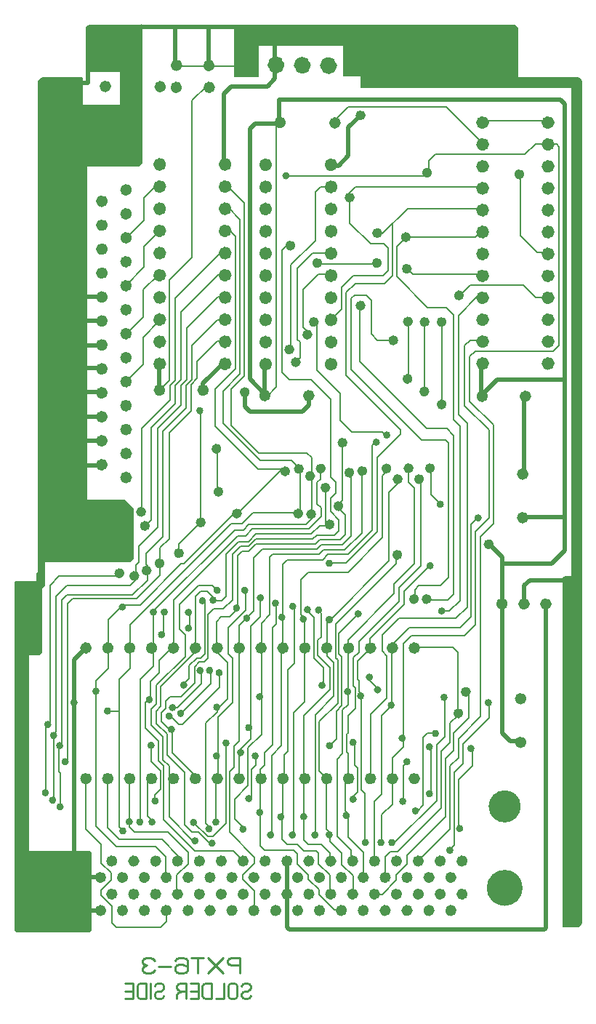
<source format=gbr>
%TF.GenerationSoftware,KiCad,Pcbnew,(6.0.2)*%
%TF.CreationDate,2022-07-19T18:31:23-05:00*%
%TF.ProjectId,PXT6-3,50585436-2d33-42e6-9b69-6361645f7063,rev?*%
%TF.SameCoordinates,Original*%
%TF.FileFunction,Copper,L2,Bot*%
%TF.FilePolarity,Positive*%
%FSLAX46Y46*%
G04 Gerber Fmt 4.6, Leading zero omitted, Abs format (unit mm)*
G04 Created by KiCad (PCBNEW (6.0.2)) date 2022-07-19 18:31:23*
%MOMM*%
%LPD*%
G01*
G04 APERTURE LIST*
%TA.AperFunction,NonConductor*%
%ADD10C,0.435000*%
%TD*%
%TA.AperFunction,NonConductor*%
%ADD11C,0.635000*%
%TD*%
%TA.AperFunction,NonConductor*%
%ADD12C,0.575000*%
%TD*%
%TA.AperFunction,NonConductor*%
%ADD13C,0.750000*%
%TD*%
%TA.AperFunction,NonConductor*%
%ADD14C,0.675000*%
%TD*%
%TA.AperFunction,NonConductor*%
%ADD15C,0.695000*%
%TD*%
%TA.AperFunction,NonConductor*%
%ADD16C,0.000000*%
%TD*%
%TA.AperFunction,NonConductor*%
%ADD17C,0.975000*%
%TD*%
%TA.AperFunction,NonConductor*%
%ADD18C,2.080000*%
%TD*%
%TA.AperFunction,NonConductor*%
%ADD19C,1.900000*%
%TD*%
%TA.AperFunction,NonConductor*%
%ADD20C,1.885000*%
%TD*%
%TA.AperFunction,ViaPad*%
%ADD21C,0.600010*%
%TD*%
%TA.AperFunction,ViaPad*%
%ADD22C,1.000010*%
%TD*%
%TA.AperFunction,ViaPad*%
%ADD23C,0.910010*%
%TD*%
%TA.AperFunction,ViaPad*%
%ADD24C,0.900010*%
%TD*%
%TA.AperFunction,ViaPad*%
%ADD25C,0.550010*%
%TD*%
%TA.AperFunction,ViaPad*%
%ADD26C,1.350010*%
%TD*%
%TA.AperFunction,ViaPad*%
%ADD27C,0.950010*%
%TD*%
%TA.AperFunction,ViaPad*%
%ADD28C,0.870000*%
%TD*%
%TA.AperFunction,ViaPad*%
%ADD29C,3.160010*%
%TD*%
%TA.AperFunction,ViaPad*%
%ADD30C,3.140010*%
%TD*%
%TA.AperFunction,Conductor*%
%ADD31C,0.222000*%
%TD*%
%TA.AperFunction,Conductor*%
%ADD32C,0.200000*%
%TD*%
%TA.AperFunction,Conductor*%
%ADD33C,0.500000*%
%TD*%
%TA.AperFunction,Conductor*%
%ADD34C,1.270000*%
%TD*%
G04 APERTURE END LIST*
D10*
X123073850Y-122818500D02*
G75*
G03*
X123073850Y-122818500I-217500J0D01*
G01*
D11*
X144109750Y-136285000D02*
G75*
G03*
X144109750Y-136285000I-317500J0D01*
G01*
X142800050Y-138190000D02*
G75*
G03*
X142800050Y-138190000I-317500J0D01*
G01*
X142800050Y-142039700D02*
G75*
G03*
X142800050Y-142039700I-317500J0D01*
G01*
D12*
X153068150Y-73486900D02*
G75*
G03*
X153068150Y-73486900I-287500J0D01*
G01*
D11*
X132600050Y-142039700D02*
G75*
G03*
X132600050Y-142039700I-317500J0D01*
G01*
D13*
X136587550Y-57801900D02*
G75*
G03*
X136587550Y-57801900I-375000J0D01*
G01*
D11*
X130050050Y-138190000D02*
G75*
G03*
X130050050Y-138190000I-317500J0D01*
G01*
D14*
X128363450Y-111480400D02*
G75*
G03*
X128363450Y-111480400I-337500J0D01*
G01*
D15*
X117474750Y-70624100D02*
G75*
G03*
X117474750Y-70624100I-347500J0D01*
G01*
D12*
X155647850Y-90552600D02*
G75*
G03*
X155647850Y-90552600I-287500J0D01*
G01*
X124135950Y-101625400D02*
G75*
G03*
X124135950Y-101625400I-287500J0D01*
G01*
D10*
X159030650Y-132502200D02*
G75*
G03*
X159030650Y-132502200I-217500J0D01*
G01*
X162364450Y-117857600D02*
G75*
G03*
X162364450Y-117857600I-217500J0D01*
G01*
D12*
X162474150Y-99402900D02*
G75*
G03*
X162474150Y-99402900I-287500J0D01*
G01*
D11*
X136459750Y-136285000D02*
G75*
G03*
X136459750Y-136285000I-317500J0D01*
G01*
D12*
X139375950Y-64636600D02*
G75*
G03*
X139375950Y-64636600I-287500J0D01*
G01*
X146281650Y-59040700D02*
G75*
G03*
X146281650Y-59040700I-287500J0D01*
G01*
D14*
X129265950Y-81464100D02*
G75*
G03*
X129265950Y-81464100I-337500J0D01*
G01*
D10*
X138194750Y-131152900D02*
G75*
G03*
X138194750Y-131152900I-217500J0D01*
G01*
X130296950Y-105911600D02*
G75*
G03*
X130296950Y-105911600I-217500J0D01*
G01*
D12*
X146241950Y-91068500D02*
G75*
G03*
X146241950Y-91068500I-287500J0D01*
G01*
D14*
X129980350Y-46221600D02*
G75*
G03*
X129980350Y-46221600I-337500J0D01*
G01*
D12*
X128938150Y-96862900D02*
G75*
G03*
X128938150Y-96862900I-287500J0D01*
G01*
D14*
X148763450Y-126680700D02*
G75*
G03*
X148763450Y-126680700I-337500J0D01*
G01*
D13*
X169482550Y-68156600D02*
G75*
G03*
X169482550Y-68156600I-375000J0D01*
G01*
D14*
X129940650Y-43681600D02*
G75*
G03*
X129940650Y-43681600I-337500J0D01*
G01*
D13*
X144207550Y-60381900D02*
G75*
G03*
X144207550Y-60381900I-375000J0D01*
G01*
D11*
X133909750Y-136285000D02*
G75*
G03*
X133909750Y-136285000I-317500J0D01*
G01*
D10*
X146608450Y-122461300D02*
G75*
G03*
X146608450Y-122461300I-217500J0D01*
G01*
D15*
X120298450Y-83258500D02*
G75*
G03*
X120298450Y-83258500I-347500J0D01*
G01*
D12*
X144971950Y-94957900D02*
G75*
G03*
X144971950Y-94957900I-287500J0D01*
G01*
D10*
X149465950Y-116349400D02*
G75*
G03*
X149465950Y-116349400I-217500J0D01*
G01*
D14*
X166651650Y-106348200D02*
G75*
G03*
X166651650Y-106348200I-337500J0D01*
G01*
D12*
X166045950Y-56341900D02*
G75*
G03*
X166045950Y-56341900I-287500J0D01*
G01*
D13*
X131864750Y-60342200D02*
G75*
G03*
X131864750Y-60342200I-375000J0D01*
G01*
X124244750Y-68082200D02*
G75*
G03*
X124244750Y-68082200I-375000J0D01*
G01*
X124244750Y-70662200D02*
G75*
G03*
X124244750Y-70662200I-375000J0D01*
G01*
X131864750Y-68082200D02*
G75*
G03*
X131864750Y-68082200I-375000J0D01*
G01*
D14*
X138235350Y-50309400D02*
G75*
G03*
X138235350Y-50309400I-337500J0D01*
G01*
D12*
X152949150Y-67335400D02*
G75*
G03*
X152949150Y-67335400I-287500J0D01*
G01*
D14*
X151313450Y-111480400D02*
G75*
G03*
X151313450Y-111480400I-337500J0D01*
G01*
D10*
X137559750Y-106268800D02*
G75*
G03*
X137559750Y-106268800I-217500J0D01*
G01*
D14*
X126130650Y-46221600D02*
G75*
G03*
X126130650Y-46221600I-337500J0D01*
G01*
D11*
X139009750Y-136285000D02*
G75*
G03*
X139009750Y-136285000I-317500J0D01*
G01*
X127500050Y-142039700D02*
G75*
G03*
X127500050Y-142039700I-317500J0D01*
G01*
D13*
X169482550Y-75806600D02*
G75*
G03*
X169482550Y-75806600I-375000J0D01*
G01*
X169482550Y-73256600D02*
G75*
G03*
X169482550Y-73256600I-375000J0D01*
G01*
D10*
X161173850Y-96346900D02*
G75*
G03*
X161173850Y-96346900I-217500J0D01*
G01*
X127439450Y-109166000D02*
G75*
G03*
X127439450Y-109166000I-217500J0D01*
G01*
X156212850Y-121429400D02*
G75*
G03*
X156212850Y-121429400I-217500J0D01*
G01*
D11*
X121159750Y-140134700D02*
G75*
G03*
X121159750Y-140134700I-317500J0D01*
G01*
D14*
X115613450Y-126680700D02*
G75*
G03*
X115613450Y-126680700I-337500J0D01*
G01*
D11*
X118609750Y-136285000D02*
G75*
G03*
X118609750Y-136285000I-317500J0D01*
G01*
D12*
X149456650Y-66660700D02*
G75*
G03*
X149456650Y-66660700I-287500J0D01*
G01*
D16*
G36*
X171870350Y-103252600D02*
G01*
X172624450Y-104006600D01*
X172624450Y-143892600D01*
X170917850Y-143892600D01*
X170917850Y-103331900D01*
X171036950Y-103212900D01*
X171870350Y-103212900D01*
X171870350Y-103252600D01*
G37*
D10*
X155577850Y-101903200D02*
G75*
G03*
X155577850Y-101903200I-217500J0D01*
G01*
X140853850Y-131113200D02*
G75*
G03*
X140853850Y-131113200I-217500J0D01*
G01*
D11*
X135150050Y-138190000D02*
G75*
G03*
X135150050Y-138190000I-317500J0D01*
G01*
D10*
X155498450Y-128454100D02*
G75*
G03*
X155498450Y-128454100I-217500J0D01*
G01*
D17*
X137909150Y-43602200D02*
G75*
G03*
X137909150Y-43602200I-487500J0D01*
G01*
D13*
X136587550Y-70701900D02*
G75*
G03*
X136587550Y-70701900I-375000J0D01*
G01*
D11*
X140250050Y-138190000D02*
G75*
G03*
X140250050Y-138190000I-317500J0D01*
G01*
D14*
X138563450Y-111480400D02*
G75*
G03*
X138563450Y-111480400I-337500J0D01*
G01*
D10*
X125574150Y-118413200D02*
G75*
G03*
X125574150Y-118413200I-217500J0D01*
G01*
X110770650Y-128335000D02*
G75*
G03*
X110770650Y-128335000I-217500J0D01*
G01*
D14*
X124265350Y-46142200D02*
G75*
G03*
X124265350Y-46142200I-337500J0D01*
G01*
D12*
X142908150Y-90592200D02*
G75*
G03*
X142908150Y-90592200I-287500J0D01*
G01*
D15*
X120298450Y-86048500D02*
G75*
G03*
X120298450Y-86048500I-347500J0D01*
G01*
D11*
X150450050Y-138190000D02*
G75*
G03*
X150450050Y-138190000I-317500J0D01*
G01*
X141559750Y-140134700D02*
G75*
G03*
X141559750Y-140134700I-317500J0D01*
G01*
D15*
X117474750Y-73414100D02*
G75*
G03*
X117474750Y-73414100I-347500J0D01*
G01*
D10*
X148037250Y-134129400D02*
G75*
G03*
X148037250Y-134129400I-217500J0D01*
G01*
D14*
X125813450Y-126680700D02*
G75*
G03*
X125813450Y-126680700I-337500J0D01*
G01*
D13*
X131864750Y-78402200D02*
G75*
G03*
X131864750Y-78402200I-375000J0D01*
G01*
D12*
X151361650Y-75669700D02*
G75*
G03*
X151361650Y-75669700I-287500J0D01*
G01*
D10*
X112437550Y-122858200D02*
G75*
G03*
X112437550Y-122858200I-217500J0D01*
G01*
X138313850Y-107896000D02*
G75*
G03*
X138313850Y-107896000I-217500J0D01*
G01*
D13*
X169482550Y-63056600D02*
G75*
G03*
X169482550Y-63056600I-375000J0D01*
G01*
D12*
X150567850Y-90592200D02*
G75*
G03*
X150567850Y-90592200I-287500J0D01*
G01*
D15*
X120298450Y-91628500D02*
G75*
G03*
X120298450Y-91628500I-347500J0D01*
G01*
D12*
X121992850Y-95632600D02*
G75*
G03*
X121992850Y-95632600I-287500J0D01*
G01*
D13*
X161862550Y-73256600D02*
G75*
G03*
X161862550Y-73256600I-375000J0D01*
G01*
D14*
X120713450Y-111480400D02*
G75*
G03*
X120713450Y-111480400I-337500J0D01*
G01*
D11*
X156859750Y-140134700D02*
G75*
G03*
X156859750Y-140134700I-317500J0D01*
G01*
D12*
X121199150Y-103093800D02*
G75*
G03*
X121199150Y-103093800I-287500J0D01*
G01*
D11*
X153000050Y-142039700D02*
G75*
G03*
X153000050Y-142039700I-317500J0D01*
G01*
D10*
X146608450Y-129089100D02*
G75*
G03*
X146608450Y-129089100I-217500J0D01*
G01*
X130733450Y-118373500D02*
G75*
G03*
X130733450Y-118373500I-217500J0D01*
G01*
X143830350Y-133216600D02*
G75*
G03*
X143830350Y-133216600I-217500J0D01*
G01*
X130177850Y-134208800D02*
G75*
G03*
X130177850Y-134208800I-217500J0D01*
G01*
X123351650Y-107300700D02*
G75*
G03*
X123351650Y-107300700I-217500J0D01*
G01*
D11*
X123709750Y-140134700D02*
G75*
G03*
X123709750Y-140134700I-317500J0D01*
G01*
X122400050Y-142039700D02*
G75*
G03*
X122400050Y-142039700I-317500J0D01*
G01*
D14*
X166254750Y-122461300D02*
G75*
G03*
X166254750Y-122461300I-337500J0D01*
G01*
X120713450Y-126680700D02*
G75*
G03*
X120713450Y-126680700I-337500J0D01*
G01*
X118163450Y-111480400D02*
G75*
G03*
X118163450Y-111480400I-337500J0D01*
G01*
D11*
X141559750Y-136285000D02*
G75*
G03*
X141559750Y-136285000I-317500J0D01*
G01*
D10*
X142996950Y-115833500D02*
G75*
G03*
X142996950Y-115833500I-217500J0D01*
G01*
X126883850Y-115793800D02*
G75*
G03*
X126883850Y-115793800I-217500J0D01*
G01*
D17*
X144020950Y-43681600D02*
G75*
G03*
X144020950Y-43681600I-487500J0D01*
G01*
D10*
X133511650Y-123651900D02*
G75*
G03*
X133511650Y-123651900I-217500J0D01*
G01*
X160340350Y-123175700D02*
G75*
G03*
X160340350Y-123175700I-217500J0D01*
G01*
D11*
X121159750Y-136285000D02*
G75*
G03*
X121159750Y-136285000I-317500J0D01*
G01*
D13*
X169482550Y-57956600D02*
G75*
G03*
X169482550Y-57956600I-375000J0D01*
G01*
D12*
X156997250Y-73526600D02*
G75*
G03*
X156997250Y-73526600I-287500J0D01*
G01*
D11*
X119850050Y-142039700D02*
G75*
G03*
X119850050Y-142039700I-317500J0D01*
G01*
D10*
X130773150Y-104760700D02*
G75*
G03*
X130773150Y-104760700I-217500J0D01*
G01*
X120533850Y-131708500D02*
G75*
G03*
X120533850Y-131708500I-217500J0D01*
G01*
D11*
X127500050Y-138190000D02*
G75*
G03*
X127500050Y-138190000I-317500J0D01*
G01*
D14*
X166810350Y-82178500D02*
G75*
G03*
X166810350Y-82178500I-337500J0D01*
G01*
D10*
X127439450Y-107340400D02*
G75*
G03*
X127439450Y-107340400I-217500J0D01*
G01*
D11*
X133909750Y-140134700D02*
G75*
G03*
X133909750Y-140134700I-317500J0D01*
G01*
D14*
X143663450Y-126680700D02*
G75*
G03*
X143663450Y-126680700I-337500J0D01*
G01*
D10*
X152402850Y-129327200D02*
G75*
G03*
X152402850Y-129327200I-217500J0D01*
G01*
D13*
X161862550Y-57956600D02*
G75*
G03*
X161862550Y-57956600I-375000J0D01*
G01*
X161862550Y-52856600D02*
G75*
G03*
X161862550Y-52856600I-375000J0D01*
G01*
D16*
G36*
X119482850Y-39077900D02*
G01*
X119482850Y-44197600D01*
X119324150Y-44356300D01*
X115434750Y-44356300D01*
X115355350Y-44276900D01*
X115355350Y-39236600D01*
X115593450Y-38998500D01*
X119403450Y-38998500D01*
X119482850Y-39077900D01*
G37*
D12*
X141796950Y-95910400D02*
G75*
G03*
X141796950Y-95910400I-287500J0D01*
G01*
D10*
X150537550Y-86702900D02*
G75*
G03*
X150537550Y-86702900I-217500J0D01*
G01*
D11*
X124950050Y-138190000D02*
G75*
G03*
X124950050Y-138190000I-317500J0D01*
G01*
D15*
X120298450Y-66518500D02*
G75*
G03*
X120298450Y-66518500I-347500J0D01*
G01*
D10*
X112477250Y-129962200D02*
G75*
G03*
X112477250Y-129962200I-217500J0D01*
G01*
X149862850Y-134129400D02*
G75*
G03*
X149862850Y-134129400I-217500J0D01*
G01*
D11*
X151759750Y-136285000D02*
G75*
G03*
X151759750Y-136285000I-317500J0D01*
G01*
X158100050Y-138190000D02*
G75*
G03*
X158100050Y-138190000I-317500J0D01*
G01*
D12*
X138780650Y-90909700D02*
G75*
G03*
X138780650Y-90909700I-287500J0D01*
G01*
D13*
X161862550Y-50306600D02*
G75*
G03*
X161862550Y-50306600I-375000J0D01*
G01*
D17*
X134615050Y-43602300D02*
G75*
G03*
X134615050Y-43602300I-487500J0D01*
G01*
D11*
X153000050Y-138190000D02*
G75*
G03*
X153000050Y-138190000I-317500J0D01*
G01*
D12*
X154377850Y-91822600D02*
G75*
G03*
X154377850Y-91822600I-287500J0D01*
G01*
D10*
X151053450Y-118135400D02*
G75*
G03*
X151053450Y-118135400I-217500J0D01*
G01*
D13*
X161862550Y-63056600D02*
G75*
G03*
X161862550Y-63056600I-375000J0D01*
G01*
D16*
G36*
X165560050Y-39316000D02*
G01*
X165560050Y-46181900D01*
X147383150Y-46181900D01*
X147383150Y-44872200D01*
X145359150Y-44872200D01*
X145319450Y-44832600D01*
X145319450Y-41300400D01*
X135318150Y-41300400D01*
X135318150Y-44911900D01*
X132619450Y-44911900D01*
X132619450Y-39355700D01*
X121546650Y-39355700D01*
X121506950Y-39395400D01*
X121506950Y-39236600D01*
X121745050Y-38998500D01*
X165242550Y-38998500D01*
X165560050Y-39316000D01*
G37*
D14*
X141113450Y-126680700D02*
G75*
G03*
X141113450Y-126680700I-337500J0D01*
G01*
D13*
X161862550Y-68156600D02*
G75*
G03*
X161862550Y-68156600I-375000J0D01*
G01*
X169482550Y-65606600D02*
G75*
G03*
X169482550Y-65606600I-375000J0D01*
G01*
D12*
X134057850Y-81702200D02*
G75*
G03*
X134057850Y-81702200I-287500J0D01*
G01*
D13*
X136587550Y-60381900D02*
G75*
G03*
X136587550Y-60381900I-375000J0D01*
G01*
D10*
X135218150Y-124048800D02*
G75*
G03*
X135218150Y-124048800I-217500J0D01*
G01*
X147481650Y-117063800D02*
G75*
G03*
X147481650Y-117063800I-217500J0D01*
G01*
D12*
X153028450Y-80154400D02*
G75*
G03*
X153028450Y-80154400I-287500J0D01*
G01*
D17*
X140965050Y-43641900D02*
G75*
G03*
X140965050Y-43641900I-487500J0D01*
G01*
D14*
X125813450Y-111480400D02*
G75*
G03*
X125813450Y-111480400I-337500J0D01*
G01*
D11*
X130050050Y-142039700D02*
G75*
G03*
X130050050Y-142039700I-317500J0D01*
G01*
D13*
X131864750Y-70662200D02*
G75*
G03*
X131864750Y-70662200I-375000J0D01*
G01*
D10*
X123550050Y-129287600D02*
G75*
G03*
X123550050Y-129287600I-217500J0D01*
G01*
D12*
X156997250Y-83131000D02*
G75*
G03*
X156997250Y-83131000I-287500J0D01*
G01*
D13*
X144207550Y-75861900D02*
G75*
G03*
X144207550Y-75861900I-375000J0D01*
G01*
D10*
X130693850Y-124048800D02*
G75*
G03*
X130693850Y-124048800I-217500J0D01*
G01*
X145973450Y-116547900D02*
G75*
G03*
X145973450Y-116547900I-217500J0D01*
G01*
D13*
X124244750Y-78402200D02*
G75*
G03*
X124244750Y-78402200I-375000J0D01*
G01*
X136587550Y-55221900D02*
G75*
G03*
X136587550Y-55221900I-375000J0D01*
G01*
D14*
X169191650Y-106348200D02*
G75*
G03*
X169191650Y-106348200I-337500J0D01*
G01*
D13*
X161862550Y-70706600D02*
G75*
G03*
X161862550Y-70706600I-375000J0D01*
G01*
X131864750Y-62922200D02*
G75*
G03*
X131864750Y-62922200I-375000J0D01*
G01*
X124244750Y-55182200D02*
G75*
G03*
X124244750Y-55182200I-375000J0D01*
G01*
X136587550Y-68121900D02*
G75*
G03*
X136587550Y-68121900I-375000J0D01*
G01*
D15*
X117474750Y-81784100D02*
G75*
G03*
X117474750Y-81784100I-347500J0D01*
G01*
D14*
X130913450Y-126680700D02*
G75*
G03*
X130913450Y-126680700I-337500J0D01*
G01*
D15*
X120298450Y-69308500D02*
G75*
G03*
X120298450Y-69308500I-347500J0D01*
G01*
D14*
X136013450Y-126680700D02*
G75*
G03*
X136013450Y-126680700I-337500J0D01*
G01*
D10*
X119740050Y-106705400D02*
G75*
G03*
X119740050Y-106705400I-217500J0D01*
G01*
D13*
X169482550Y-78356600D02*
G75*
G03*
X169482550Y-78356600I-375000J0D01*
G01*
D12*
X143463850Y-92814700D02*
G75*
G03*
X143463850Y-92814700I-287500J0D01*
G01*
D13*
X169482550Y-50306600D02*
G75*
G03*
X169482550Y-50306600I-375000J0D01*
G01*
X161862550Y-65606600D02*
G75*
G03*
X161862550Y-65606600I-375000J0D01*
G01*
D12*
X141360350Y-74995000D02*
G75*
G03*
X141360350Y-74995000I-287500J0D01*
G01*
D10*
X148513450Y-114881000D02*
G75*
G03*
X148513450Y-114881000I-217500J0D01*
G01*
D14*
X146213450Y-111480400D02*
G75*
G03*
X146213450Y-111480400I-337500J0D01*
G01*
D11*
X155550050Y-138190000D02*
G75*
G03*
X155550050Y-138190000I-317500J0D01*
G01*
D13*
X124244750Y-60342200D02*
G75*
G03*
X124244750Y-60342200I-375000J0D01*
G01*
X169482550Y-52856600D02*
G75*
G03*
X169482550Y-52856600I-375000J0D01*
G01*
D10*
X131011250Y-114365000D02*
G75*
G03*
X131011250Y-114365000I-217500J0D01*
G01*
X138790050Y-56500700D02*
G75*
G03*
X138790050Y-56500700I-217500J0D01*
G01*
D14*
X141113450Y-111480400D02*
G75*
G03*
X141113450Y-111480400I-337500J0D01*
G01*
D12*
X145448150Y-87576000D02*
G75*
G03*
X145448150Y-87576000I-287500J0D01*
G01*
D15*
X120298450Y-63728500D02*
G75*
G03*
X120298450Y-63728500I-347500J0D01*
G01*
D12*
X141677850Y-91465400D02*
G75*
G03*
X141677850Y-91465400I-287500J0D01*
G01*
D11*
X128809750Y-136285000D02*
G75*
G03*
X128809750Y-136285000I-317500J0D01*
G01*
D18*
X165091950Y-139407900D02*
G75*
G03*
X165091950Y-139407900I-1040000J0D01*
G01*
D14*
X143663450Y-111480400D02*
G75*
G03*
X143663450Y-111480400I-337500J0D01*
G01*
D10*
X126526650Y-119087900D02*
G75*
G03*
X126526650Y-119087900I-217500J0D01*
G01*
D11*
X117300050Y-142039700D02*
G75*
G03*
X117300050Y-142039700I-317500J0D01*
G01*
D13*
X131864750Y-73242200D02*
G75*
G03*
X131864750Y-73242200I-375000J0D01*
G01*
D10*
X155498450Y-122977200D02*
G75*
G03*
X155498450Y-122977200I-217500J0D01*
G01*
D14*
X166254750Y-117381300D02*
G75*
G03*
X166254750Y-117381300I-337500J0D01*
G01*
D12*
X159815050Y-116587600D02*
G75*
G03*
X159815050Y-116587600I-287500J0D01*
G01*
D10*
X137004150Y-133256300D02*
G75*
G03*
X137004150Y-133256300I-217500J0D01*
G01*
X134464150Y-120754700D02*
G75*
G03*
X134464150Y-120754700I-217500J0D01*
G01*
D14*
X124185950Y-81464100D02*
G75*
G03*
X124185950Y-81464100I-337500J0D01*
G01*
D13*
X136587550Y-62961900D02*
G75*
G03*
X136587550Y-62961900I-375000J0D01*
G01*
D11*
X124950050Y-142039700D02*
G75*
G03*
X124950050Y-142039700I-317500J0D01*
G01*
D12*
X147750050Y-90870000D02*
G75*
G03*
X147750050Y-90870000I-287500J0D01*
G01*
D13*
X136587550Y-78441900D02*
G75*
G03*
X136587550Y-78441900I-375000J0D01*
G01*
D11*
X145350050Y-142039700D02*
G75*
G03*
X145350050Y-142039700I-317500J0D01*
G01*
X131359750Y-140134700D02*
G75*
G03*
X131359750Y-140134700I-317500J0D01*
G01*
D10*
X152879150Y-124723500D02*
G75*
G03*
X152879150Y-124723500I-217500J0D01*
G01*
X125455050Y-120953200D02*
G75*
G03*
X125455050Y-120953200I-217500J0D01*
G01*
D11*
X135150050Y-142039700D02*
G75*
G03*
X135150050Y-142039700I-317500J0D01*
G01*
D12*
X140368150Y-90631900D02*
G75*
G03*
X140368150Y-90631900I-287500J0D01*
G01*
D10*
X122875350Y-117500400D02*
G75*
G03*
X122875350Y-117500400I-217500J0D01*
G01*
D11*
X118609750Y-140134700D02*
G75*
G03*
X118609750Y-140134700I-317500J0D01*
G01*
D10*
X133789450Y-132581600D02*
G75*
G03*
X133789450Y-132581600I-217500J0D01*
G01*
D11*
X119850050Y-138190000D02*
G75*
G03*
X119850050Y-138190000I-317500J0D01*
G01*
D15*
X120298450Y-58148500D02*
G75*
G03*
X120298450Y-58148500I-347500J0D01*
G01*
D13*
X161862550Y-55406600D02*
G75*
G03*
X161862550Y-55406600I-375000J0D01*
G01*
D14*
X118163450Y-126680700D02*
G75*
G03*
X118163450Y-126680700I-337500J0D01*
G01*
D10*
X129900050Y-114087200D02*
G75*
G03*
X129900050Y-114087200I-217500J0D01*
G01*
D14*
X126170350Y-43641900D02*
G75*
G03*
X126170350Y-43641900I-337500J0D01*
G01*
D13*
X131864750Y-65502200D02*
G75*
G03*
X131864750Y-65502200I-375000J0D01*
G01*
D10*
X116644450Y-116508200D02*
G75*
G03*
X116644450Y-116508200I-217500J0D01*
G01*
D11*
X155550050Y-142039700D02*
G75*
G03*
X155550050Y-142039700I-317500J0D01*
G01*
D14*
X166492850Y-91227200D02*
G75*
G03*
X166492850Y-91227200I-337500J0D01*
G01*
D11*
X126259750Y-136285000D02*
G75*
G03*
X126259750Y-136285000I-317500J0D01*
G01*
D12*
X130763850Y-88290400D02*
G75*
G03*
X130763850Y-88290400I-287500J0D01*
G01*
D15*
X120298450Y-74888500D02*
G75*
G03*
X120298450Y-74888500I-347500J0D01*
G01*
D14*
X128363450Y-126680700D02*
G75*
G03*
X128363450Y-126680700I-337500J0D01*
G01*
D13*
X144207550Y-57801900D02*
G75*
G03*
X144207550Y-57801900I-375000J0D01*
G01*
D11*
X151759750Y-140134700D02*
G75*
G03*
X151759750Y-140134700I-317500J0D01*
G01*
D15*
X117474750Y-67834100D02*
G75*
G03*
X117474750Y-67834100I-347500J0D01*
G01*
D10*
X128749150Y-83845400D02*
G75*
G03*
X128749150Y-83845400I-217500J0D01*
G01*
D11*
X136459750Y-140134700D02*
G75*
G03*
X136459750Y-140134700I-317500J0D01*
G01*
D12*
X142114450Y-73526600D02*
G75*
G03*
X142114450Y-73526600I-287500J0D01*
G01*
D10*
X143870050Y-122858200D02*
G75*
G03*
X143870050Y-122858200I-217500J0D01*
G01*
D11*
X146659750Y-140134700D02*
G75*
G03*
X146659750Y-140134700I-317500J0D01*
G01*
D13*
X144207550Y-78441900D02*
G75*
G03*
X144207550Y-78441900I-375000J0D01*
G01*
D10*
X114104450Y-117817900D02*
G75*
G03*
X114104450Y-117817900I-217500J0D01*
G01*
D12*
X126398150Y-100434700D02*
G75*
G03*
X126398150Y-100434700I-287500J0D01*
G01*
D10*
X111723150Y-121667600D02*
G75*
G03*
X111723150Y-121667600I-217500J0D01*
G01*
X135734150Y-117143200D02*
G75*
G03*
X135734150Y-117143200I-217500J0D01*
G01*
D13*
X124244750Y-65502200D02*
G75*
G03*
X124244750Y-65502200I-375000J0D01*
G01*
D10*
X111604150Y-129208200D02*
G75*
G03*
X111604150Y-129208200I-217500J0D01*
G01*
D11*
X137700050Y-142039700D02*
G75*
G03*
X137700050Y-142039700I-317500J0D01*
G01*
D10*
X156768450Y-94759400D02*
G75*
G03*
X156768450Y-94759400I-217500J0D01*
G01*
D12*
X155290650Y-56143500D02*
G75*
G03*
X155290650Y-56143500I-287500J0D01*
G01*
D11*
X144109750Y-140134700D02*
G75*
G03*
X144109750Y-140134700I-317500J0D01*
G01*
D15*
X117474750Y-76204100D02*
G75*
G03*
X117474750Y-76204100I-347500J0D01*
G01*
D19*
X119480350Y-98529700D02*
G75*
G03*
X119480350Y-98529700I-950000J0D01*
G01*
D11*
X140250050Y-142039700D02*
G75*
G03*
X140250050Y-142039700I-317500J0D01*
G01*
D10*
X134225950Y-108015000D02*
G75*
G03*
X134225950Y-108015000I-217500J0D01*
G01*
D13*
X144207550Y-70701900D02*
G75*
G03*
X144207550Y-70701900I-375000J0D01*
G01*
D14*
X136013450Y-111480400D02*
G75*
G03*
X136013450Y-111480400I-337500J0D01*
G01*
D10*
X129066650Y-105991000D02*
G75*
G03*
X129066650Y-105991000I-217500J0D01*
G01*
X133035350Y-106824400D02*
G75*
G03*
X133035350Y-106824400I-217500J0D01*
G01*
D16*
G36*
X121784750Y-55032200D02*
G01*
X121427550Y-55389400D01*
X115156950Y-55389400D01*
X115156950Y-48444100D01*
X115315650Y-48285400D01*
X119284450Y-48285400D01*
X119284450Y-38998500D01*
X121784750Y-38998500D01*
X121784750Y-55032200D01*
G37*
D14*
X153863450Y-111480400D02*
G75*
G03*
X153863450Y-111480400I-337500J0D01*
G01*
D11*
X122400050Y-138190000D02*
G75*
G03*
X122400050Y-138190000I-317500J0D01*
G01*
D10*
X140814150Y-108134100D02*
G75*
G03*
X140814150Y-108134100I-217500J0D01*
G01*
D14*
X123263450Y-111480400D02*
G75*
G03*
X123263450Y-111480400I-337500J0D01*
G01*
D10*
X156927250Y-107181600D02*
G75*
G03*
X156927250Y-107181600I-217500J0D01*
G01*
D14*
X153863450Y-126680700D02*
G75*
G03*
X153863450Y-126680700I-337500J0D01*
G01*
D12*
X122627850Y-102458800D02*
G75*
G03*
X122627850Y-102458800I-287500J0D01*
G01*
D15*
X117474750Y-90154100D02*
G75*
G03*
X117474750Y-90154100I-347500J0D01*
G01*
D12*
X119452850Y-102776300D02*
G75*
G03*
X119452850Y-102776300I-287500J0D01*
G01*
D10*
X143830350Y-101625400D02*
G75*
G03*
X143830350Y-101625400I-217500J0D01*
G01*
D12*
X155012850Y-73526600D02*
G75*
G03*
X155012850Y-73526600I-287500J0D01*
G01*
D10*
X135813450Y-105633800D02*
G75*
G03*
X135813450Y-105633800I-217500J0D01*
G01*
D14*
X141569150Y-82099100D02*
G75*
G03*
X141569150Y-82099100I-337500J0D01*
G01*
D13*
X124244750Y-73242200D02*
G75*
G03*
X124244750Y-73242200I-375000J0D01*
G01*
D10*
X142163450Y-133256300D02*
G75*
G03*
X142163450Y-133256300I-217500J0D01*
G01*
D16*
G36*
X115712550Y-144329100D02*
G01*
X107179750Y-144329100D01*
X107179750Y-135320000D01*
X115712550Y-135320000D01*
X115712550Y-144329100D01*
G37*
D14*
X164071950Y-106348200D02*
G75*
G03*
X164071950Y-106348200I-337500J0D01*
G01*
D10*
X113072550Y-124723500D02*
G75*
G03*
X113072550Y-124723500I-217500J0D01*
G01*
D12*
X154973150Y-81622900D02*
G75*
G03*
X154973150Y-81622900I-287500J0D01*
G01*
D10*
X134464150Y-129009700D02*
G75*
G03*
X134464150Y-129009700I-217500J0D01*
G01*
D11*
X154309750Y-140134700D02*
G75*
G03*
X154309750Y-140134700I-317500J0D01*
G01*
D10*
X157879750Y-135042200D02*
G75*
G03*
X157879750Y-135042200I-217500J0D01*
G01*
D12*
X172713450Y-50150700D02*
G75*
G03*
X172713450Y-50150700I-287500J0D01*
G01*
D13*
X169482550Y-55406600D02*
G75*
G03*
X169482550Y-55406600I-375000J0D01*
G01*
D11*
X126259750Y-140134700D02*
G75*
G03*
X126259750Y-140134700I-317500J0D01*
G01*
X147900050Y-142039700D02*
G75*
G03*
X147900050Y-142039700I-317500J0D01*
G01*
D13*
X161862550Y-75806600D02*
G75*
G03*
X161862550Y-75806600I-375000J0D01*
G01*
D11*
X139009750Y-140134700D02*
G75*
G03*
X139009750Y-140134700I-317500J0D01*
G01*
D14*
X117875650Y-46102600D02*
G75*
G03*
X117875650Y-46102600I-337500J0D01*
G01*
D11*
X132600050Y-138190000D02*
G75*
G03*
X132600050Y-138190000I-317500J0D01*
G01*
X149209750Y-140134700D02*
G75*
G03*
X149209750Y-140134700I-317500J0D01*
G01*
X146659750Y-136285000D02*
G75*
G03*
X146659750Y-136285000I-317500J0D01*
G01*
X117300050Y-138190000D02*
G75*
G03*
X117300050Y-138190000I-317500J0D01*
G01*
D10*
X142600050Y-107062600D02*
G75*
G03*
X142600050Y-107062600I-217500J0D01*
G01*
D14*
X136449450Y-82099100D02*
G75*
G03*
X136449450Y-82099100I-337500J0D01*
G01*
D10*
X149307250Y-87536300D02*
G75*
G03*
X149307250Y-87536300I-217500J0D01*
G01*
D15*
X117474750Y-65044100D02*
G75*
G03*
X117474750Y-65044100I-347500J0D01*
G01*
D10*
X124304150Y-109920000D02*
G75*
G03*
X124304150Y-109920000I-217500J0D01*
G01*
X151132850Y-134129400D02*
G75*
G03*
X151132850Y-134129400I-217500J0D01*
G01*
D11*
X159409750Y-136285000D02*
G75*
G03*
X159409750Y-136285000I-317500J0D01*
G01*
D14*
X166492850Y-96307200D02*
G75*
G03*
X166492850Y-96307200I-337500J0D01*
G01*
D12*
X151837850Y-100633200D02*
G75*
G03*
X151837850Y-100633200I-287500J0D01*
G01*
D13*
X131864750Y-57762200D02*
G75*
G03*
X131864750Y-57762200I-375000J0D01*
G01*
D14*
X146213450Y-126680700D02*
G75*
G03*
X146213450Y-126680700I-337500J0D01*
G01*
D10*
X123192850Y-131748200D02*
G75*
G03*
X123192850Y-131748200I-217500J0D01*
G01*
D12*
X149496250Y-63168200D02*
G75*
G03*
X149496250Y-63168200I-287500J0D01*
G01*
D15*
X120298450Y-80468500D02*
G75*
G03*
X120298450Y-80468500I-347500J0D01*
G01*
D10*
X125177250Y-119405400D02*
G75*
G03*
X125177250Y-119405400I-217500J0D01*
G01*
X119779750Y-132780000D02*
G75*
G03*
X119779750Y-132780000I-217500J0D01*
G01*
D13*
X136587550Y-65541900D02*
G75*
G03*
X136587550Y-65541900I-375000J0D01*
G01*
D16*
G36*
X114799750Y-45150000D02*
G01*
X114799750Y-48285400D01*
X115315650Y-48285400D01*
X115315650Y-94322900D01*
X119760650Y-94322900D01*
X120752850Y-95315000D01*
X120752850Y-101069700D01*
X120435350Y-101387200D01*
X110394450Y-101387200D01*
X110394450Y-103808200D01*
X110076950Y-104125700D01*
X109560950Y-104125700D01*
X109560950Y-102855700D01*
X109759450Y-102657200D01*
X109759450Y-45507200D01*
X110156350Y-45110400D01*
X114760050Y-45110400D01*
X114799750Y-45150000D01*
G37*
D13*
X144207550Y-65541900D02*
G75*
G03*
X144207550Y-65541900I-375000J0D01*
G01*
D15*
X120298450Y-72098500D02*
G75*
G03*
X120298450Y-72098500I-347500J0D01*
G01*
D14*
X144625050Y-50349100D02*
G75*
G03*
X144625050Y-50349100I-337500J0D01*
G01*
D15*
X120298450Y-88838500D02*
G75*
G03*
X120298450Y-88838500I-347500J0D01*
G01*
D11*
X159409750Y-140134700D02*
G75*
G03*
X159409750Y-140134700I-317500J0D01*
G01*
D10*
X129820650Y-132541900D02*
G75*
G03*
X129820650Y-132541900I-217500J0D01*
G01*
D15*
X117474750Y-59464100D02*
G75*
G03*
X117474750Y-59464100I-347500J0D01*
G01*
D10*
X139583850Y-106626000D02*
G75*
G03*
X139583850Y-106626000I-217500J0D01*
G01*
D11*
X149209750Y-136285000D02*
G75*
G03*
X149209750Y-136285000I-317500J0D01*
G01*
D13*
X144207550Y-55221900D02*
G75*
G03*
X144207550Y-55221900I-375000J0D01*
G01*
D10*
X147203850Y-107499100D02*
G75*
G03*
X147203850Y-107499100I-217500J0D01*
G01*
D13*
X131864750Y-75822200D02*
G75*
G03*
X131864750Y-75822200I-375000J0D01*
G01*
D12*
X153147550Y-90552600D02*
G75*
G03*
X153147550Y-90552600I-287500J0D01*
G01*
D10*
X112477250Y-129962200D02*
G75*
G03*
X112477250Y-129962200I-217500J0D01*
G01*
D11*
X137700050Y-138190000D02*
G75*
G03*
X137700050Y-138190000I-317500J0D01*
G01*
D12*
X122429450Y-97259700D02*
G75*
G03*
X122429450Y-97259700I-287500J0D01*
G01*
D14*
X130913450Y-111480400D02*
G75*
G03*
X130913450Y-111480400I-337500J0D01*
G01*
D13*
X124244750Y-62922200D02*
G75*
G03*
X124244750Y-62922200I-375000J0D01*
G01*
X144207550Y-73281900D02*
G75*
G03*
X144207550Y-73281900I-375000J0D01*
G01*
D15*
X120298450Y-60938500D02*
G75*
G03*
X120298450Y-60938500I-347500J0D01*
G01*
D10*
X145814750Y-130994100D02*
G75*
G03*
X145814750Y-130994100I-217500J0D01*
G01*
D13*
X161862550Y-60506600D02*
G75*
G03*
X161862550Y-60506600I-375000J0D01*
G01*
D11*
X158100050Y-142039700D02*
G75*
G03*
X158100050Y-142039700I-317500J0D01*
G01*
X131359750Y-136285000D02*
G75*
G03*
X131359750Y-136285000I-317500J0D01*
G01*
D13*
X144207550Y-62961900D02*
G75*
G03*
X144207550Y-62961900I-375000J0D01*
G01*
D12*
X140288850Y-95831000D02*
G75*
G03*
X140288850Y-95831000I-287500J0D01*
G01*
D13*
X131864750Y-55182200D02*
G75*
G03*
X131864750Y-55182200I-375000J0D01*
G01*
D12*
X158941950Y-119087900D02*
G75*
G03*
X158941950Y-119087900I-287500J0D01*
G01*
D14*
X133463450Y-126680700D02*
G75*
G03*
X133463450Y-126680700I-337500J0D01*
G01*
D11*
X147900050Y-138190000D02*
G75*
G03*
X147900050Y-138190000I-317500J0D01*
G01*
D12*
X151877550Y-91822600D02*
G75*
G03*
X151877550Y-91822600I-287500J0D01*
G01*
D11*
X154309750Y-136285000D02*
G75*
G03*
X154309750Y-136285000I-317500J0D01*
G01*
D18*
X113061650Y-139169700D02*
G75*
G03*
X113061650Y-139169700I-1040000J0D01*
G01*
D10*
X152323450Y-121985000D02*
G75*
G03*
X152323450Y-121985000I-217500J0D01*
G01*
D13*
X161862550Y-78356600D02*
G75*
G03*
X161862550Y-78356600I-375000J0D01*
G01*
D10*
X153871250Y-130438500D02*
G75*
G03*
X153871250Y-130438500I-217500J0D01*
G01*
X139544150Y-133256300D02*
G75*
G03*
X139544150Y-133256300I-217500J0D01*
G01*
D12*
X153782550Y-105792600D02*
G75*
G03*
X153782550Y-105792600I-287500J0D01*
G01*
D13*
X136587550Y-73281900D02*
G75*
G03*
X136587550Y-73281900I-375000J0D01*
G01*
D10*
X133987850Y-104760700D02*
G75*
G03*
X133987850Y-104760700I-217500J0D01*
G01*
D14*
X123263450Y-126680700D02*
G75*
G03*
X123263450Y-126680700I-337500J0D01*
G01*
D15*
X117474750Y-78994100D02*
G75*
G03*
X117474750Y-78994100I-347500J0D01*
G01*
D13*
X169482550Y-70706600D02*
G75*
G03*
X169482550Y-70706600I-375000J0D01*
G01*
D10*
X117993850Y-118810000D02*
G75*
G03*
X117993850Y-118810000I-217500J0D01*
G01*
D12*
X142511250Y-66660700D02*
G75*
G03*
X142511250Y-66660700I-287500J0D01*
G01*
D15*
X117474750Y-84574100D02*
G75*
G03*
X117474750Y-84574100I-347500J0D01*
G01*
D12*
X152830050Y-63644400D02*
G75*
G03*
X152830050Y-63644400I-287500J0D01*
G01*
D16*
G36*
X110394450Y-104244700D02*
G01*
X110076950Y-104562200D01*
X110076950Y-111983800D01*
X109799150Y-112261600D01*
X108529150Y-112261600D01*
X108529150Y-135359700D01*
X107219450Y-135359700D01*
X107020950Y-135161300D01*
X107020950Y-103808200D01*
X110394450Y-103808200D01*
X110394450Y-104244700D01*
G37*
D11*
X145350050Y-138190000D02*
G75*
G03*
X145350050Y-138190000I-317500J0D01*
G01*
X150450050Y-142039700D02*
G75*
G03*
X150450050Y-142039700I-317500J0D01*
G01*
D12*
X139256950Y-76741300D02*
G75*
G03*
X139256950Y-76741300I-287500J0D01*
G01*
D10*
X124621650Y-107300700D02*
G75*
G03*
X124621650Y-107300700I-217500J0D01*
G01*
D13*
X124244750Y-57762200D02*
G75*
G03*
X124244750Y-57762200I-375000J0D01*
G01*
D15*
X117474750Y-87364100D02*
G75*
G03*
X117474750Y-87364100I-347500J0D01*
G01*
D14*
X148763450Y-111480400D02*
G75*
G03*
X148763450Y-111480400I-337500J0D01*
G01*
D13*
X169482550Y-60506600D02*
G75*
G03*
X169482550Y-60506600I-375000J0D01*
G01*
D14*
X133463450Y-111480400D02*
G75*
G03*
X133463450Y-111480400I-337500J0D01*
G01*
X115613450Y-111480400D02*
G75*
G03*
X115613450Y-111480400I-337500J0D01*
G01*
D11*
X156859750Y-136285000D02*
G75*
G03*
X156859750Y-136285000I-317500J0D01*
G01*
X128809750Y-140134700D02*
G75*
G03*
X128809750Y-140134700I-317500J0D01*
G01*
D10*
X135734150Y-130636900D02*
G75*
G03*
X135734150Y-130636900I-217500J0D01*
G01*
D17*
X147315050Y-43681600D02*
G75*
G03*
X147315050Y-43681600I-487500J0D01*
G01*
D13*
X124244750Y-75822200D02*
G75*
G03*
X124244750Y-75822200I-375000J0D01*
G01*
D10*
X128193450Y-133931000D02*
G75*
G03*
X128193450Y-133931000I-217500J0D01*
G01*
X111048450Y-120397600D02*
G75*
G03*
X111048450Y-120397600I-217500J0D01*
G01*
D15*
X117474750Y-62254100D02*
G75*
G03*
X117474750Y-62254100I-347500J0D01*
G01*
X120298450Y-77678500D02*
G75*
G03*
X120298450Y-77678500I-347500J0D01*
G01*
D10*
X128034750Y-131787900D02*
G75*
G03*
X128034750Y-131787900I-217500J0D01*
G01*
D14*
X161770050Y-82178500D02*
G75*
G03*
X161770050Y-82178500I-337500J0D01*
G01*
D11*
X123709750Y-136285000D02*
G75*
G03*
X123709750Y-136285000I-317500J0D01*
G01*
D12*
X147551650Y-49476000D02*
G75*
G03*
X147551650Y-49476000I-287500J0D01*
G01*
D10*
X157205050Y-117222600D02*
G75*
G03*
X157205050Y-117222600I-217500J0D01*
G01*
D20*
X164994450Y-129922600D02*
G75*
G03*
X164994450Y-129922600I-942500J0D01*
G01*
D10*
X131805050Y-122540700D02*
G75*
G03*
X131805050Y-122540700I-217500J0D01*
G01*
D13*
X136587550Y-75861900D02*
G75*
G03*
X136587550Y-75861900I-375000J0D01*
G01*
D12*
X143940050Y-97101000D02*
G75*
G03*
X143940050Y-97101000I-287500J0D01*
G01*
D10*
X141290350Y-107022900D02*
G75*
G03*
X141290350Y-107022900I-217500J0D01*
G01*
D14*
X151313450Y-126680700D02*
G75*
G03*
X151313450Y-126680700I-337500J0D01*
G01*
D12*
X131001950Y-93291000D02*
G75*
G03*
X131001950Y-93291000I-287500J0D01*
G01*
D13*
X144207550Y-68121900D02*
G75*
G03*
X144207550Y-68121900I-375000J0D01*
G01*
D10*
X121764150Y-131748200D02*
G75*
G03*
X121764150Y-131748200I-217500J0D01*
G01*
D12*
X147551650Y-71621600D02*
G75*
G03*
X147551650Y-71621600I-287500J0D01*
G01*
D10*
X130177850Y-134208800D02*
G75*
G03*
X130177850Y-134208800I-217500J0D01*
G01*
D12*
X155250950Y-105792600D02*
G75*
G03*
X155250950Y-105792600I-287500J0D01*
G01*
D14*
X138563450Y-126680700D02*
G75*
G03*
X138563450Y-126680700I-337500J0D01*
G01*
D10*
X130614450Y-131748200D02*
G75*
G03*
X130614450Y-131748200I-217500J0D01*
G01*
D12*
X140010950Y-78209700D02*
G75*
G03*
X140010950Y-78209700I-287500J0D01*
G01*
X133145050Y-95831000D02*
G75*
G03*
X133145050Y-95831000I-287500J0D01*
G01*
D19*
X119599450Y-51261900D02*
G75*
G03*
X119599450Y-51261900I-950000J0D01*
G01*
D10*
X128788850Y-114087200D02*
G75*
G03*
X128788850Y-114087200I-217500J0D01*
G01*
D12*
X159021250Y-70431000D02*
G75*
G03*
X159021250Y-70431000I-287500J0D01*
G01*
D21*
%TO.N,*%
X158732550Y-70433800D03*
D22*
X117122550Y-59463800D03*
D23*
X165912550Y-117383800D03*
D24*
X137382550Y-138193800D03*
X145032550Y-138193800D03*
D21*
X154722550Y-73523800D03*
D25*
X150912550Y-134133800D03*
D22*
X161482550Y-57953800D03*
D24*
X129732550Y-142043800D03*
X150132550Y-142043800D03*
D22*
X161482550Y-75803800D03*
D24*
X143792550Y-136283800D03*
D22*
X119952550Y-72093800D03*
D26*
X143532550Y-43683800D03*
D23*
X128932550Y-81463800D03*
D27*
X117822550Y-111483800D03*
D23*
X165912550Y-122463800D03*
D25*
X141072550Y-107023800D03*
D22*
X161482550Y-52853800D03*
D25*
X142382550Y-107063800D03*
D24*
X119532550Y-142043800D03*
D21*
X121702550Y-95633800D03*
X123852550Y-101623800D03*
D22*
X169102550Y-73253800D03*
D21*
X159522550Y-116583800D03*
D22*
X119952550Y-66513800D03*
D24*
X136142550Y-140133800D03*
D25*
X133772550Y-104763800D03*
X125242550Y-120953800D03*
X157662550Y-135043800D03*
D22*
X169102550Y-50303800D03*
D25*
X130512550Y-118373800D03*
D24*
X136142550Y-136283800D03*
D25*
X129602550Y-132543800D03*
D21*
X155362550Y-90553800D03*
D25*
X112222550Y-122853800D03*
X127812550Y-131783800D03*
D23*
X163732550Y-106343800D03*
D21*
X141072550Y-74993800D03*
D27*
X150972550Y-111483800D03*
D22*
X119952550Y-86043800D03*
D21*
X120912550Y-103093800D03*
X152662550Y-67333800D03*
D25*
X160122550Y-123173800D03*
D22*
X136212550Y-68123800D03*
D25*
X133292550Y-123653800D03*
X130472550Y-124053800D03*
D21*
X162182550Y-99403800D03*
X143172550Y-92813800D03*
D27*
X122922550Y-126683800D03*
D22*
X143832550Y-60383800D03*
D25*
X141942550Y-133253800D03*
D22*
X119952550Y-74883800D03*
D27*
X125472550Y-111483800D03*
D21*
X150282550Y-90593800D03*
D24*
X151442550Y-136283800D03*
D21*
X155002550Y-56143800D03*
D25*
X143612550Y-133213800D03*
X143612550Y-101623800D03*
D22*
X169102550Y-57953800D03*
D25*
X110832550Y-120393800D03*
X137342550Y-106273800D03*
D23*
X166152550Y-91223800D03*
D27*
X148422550Y-126683800D03*
D22*
X136212550Y-70703800D03*
D24*
X150132550Y-138193800D03*
D23*
X123852550Y-81463800D03*
D24*
X147582550Y-142043800D03*
D22*
X143832550Y-73283800D03*
D21*
X152862550Y-90553800D03*
D22*
X169102550Y-68153800D03*
D27*
X115272550Y-111483800D03*
D22*
X123872550Y-57763800D03*
D23*
X161432550Y-82173800D03*
D22*
X117122550Y-90153800D03*
D21*
X147462550Y-90873800D03*
D22*
X136212550Y-78443800D03*
D25*
X131582550Y-122543800D03*
D21*
X145162550Y-87573800D03*
D27*
X133122550Y-111483800D03*
D22*
X161482550Y-60503800D03*
D26*
X134122550Y-43603800D03*
D27*
X140772550Y-126683800D03*
D21*
X144682550Y-94953800D03*
D24*
X131042550Y-140133800D03*
D25*
X142782550Y-115833800D03*
D24*
X122082550Y-138193800D03*
D25*
X152102550Y-121983800D03*
D24*
X125942550Y-140133800D03*
D21*
X142622550Y-90593800D03*
D27*
X138222550Y-126683800D03*
D22*
X119952550Y-60933800D03*
X131492550Y-60343800D03*
D27*
X117822550Y-126683800D03*
D22*
X161482550Y-73253800D03*
D21*
X149172550Y-66663800D03*
D22*
X136212550Y-73283800D03*
D24*
X132282550Y-138193800D03*
X159092550Y-140133800D03*
D25*
X143652550Y-122853800D03*
D22*
X117122550Y-65043800D03*
D25*
X133572550Y-132583800D03*
D22*
X143832550Y-68123800D03*
X123872550Y-62923800D03*
D25*
X146392550Y-122463800D03*
D22*
X169102550Y-65603800D03*
D21*
X122342550Y-102453800D03*
D25*
X123332550Y-129283800D03*
X128532550Y-83843800D03*
D21*
X140082550Y-90633800D03*
X143652550Y-97103800D03*
D22*
X161482550Y-68153800D03*
D21*
X141392550Y-91463800D03*
D22*
X136212550Y-60383800D03*
D23*
X166472550Y-82173800D03*
D27*
X120372550Y-111483800D03*
D24*
X119532550Y-138193800D03*
X147582550Y-138193800D03*
D22*
X136212550Y-65543800D03*
D25*
X150322550Y-86703800D03*
D24*
X157782550Y-138193800D03*
D25*
X155362550Y-101903800D03*
D22*
X169102550Y-52853800D03*
D25*
X113882550Y-117813800D03*
D21*
X119162550Y-102773800D03*
D25*
X146392550Y-129093800D03*
D24*
X148892550Y-136283800D03*
D27*
X128022550Y-126683800D03*
D23*
X125792550Y-46223800D03*
D25*
X153652550Y-130433800D03*
D23*
X117542550Y-46103800D03*
X129602550Y-43683800D03*
D25*
X121542550Y-131743800D03*
X111502550Y-121663800D03*
X129962550Y-134213800D03*
X128572550Y-114083800D03*
D21*
X172422550Y-50153800D03*
D25*
X130552550Y-104763800D03*
D23*
X166152550Y-96303800D03*
D22*
X131492550Y-62923800D03*
D27*
X148422550Y-111483800D03*
D24*
X134832550Y-142043800D03*
X131042550Y-136283800D03*
D25*
X152662550Y-124723800D03*
D22*
X161482550Y-65603800D03*
X136212550Y-57803800D03*
D25*
X162142550Y-117853800D03*
D22*
X131492550Y-75823800D03*
D25*
X111382550Y-129203800D03*
D27*
X135672550Y-111483800D03*
D25*
X112852550Y-124723800D03*
X134242550Y-129013800D03*
D22*
X136212550Y-62963800D03*
D25*
X140632550Y-131113800D03*
X135002550Y-124053800D03*
D22*
X119952550Y-88833800D03*
D23*
X144282550Y-50353800D03*
D21*
X140002550Y-95833800D03*
D24*
X127182550Y-138193800D03*
D21*
X152782550Y-73483800D03*
D25*
X130082550Y-105913800D03*
D24*
X123392550Y-140133800D03*
D25*
X125352550Y-118413800D03*
D24*
X128492550Y-136283800D03*
D23*
X168852550Y-106343800D03*
D25*
X119522550Y-106703800D03*
D21*
X145992550Y-59043800D03*
D24*
X118292550Y-140133800D03*
D25*
X147822550Y-134133800D03*
D24*
X142482550Y-138193800D03*
D21*
X128652550Y-96863800D03*
D27*
X145872550Y-111483800D03*
D25*
X122662550Y-117503800D03*
D23*
X125832550Y-43643800D03*
D21*
X151072550Y-75673800D03*
D25*
X139322550Y-133253800D03*
D27*
X135672550Y-126683800D03*
D25*
X127222550Y-109163800D03*
D24*
X138692550Y-140133800D03*
D23*
X129642550Y-46223800D03*
D25*
X129682550Y-114083800D03*
D24*
X124632550Y-138193800D03*
X153992550Y-140133800D03*
D25*
X149092550Y-87533800D03*
D24*
X155232550Y-138193800D03*
D25*
X134242550Y-120753800D03*
D21*
X156712550Y-73523800D03*
D22*
X143832550Y-62963800D03*
D27*
X153522550Y-111483800D03*
D25*
X126312550Y-119083800D03*
D22*
X169102550Y-75803800D03*
D25*
X137972550Y-131153800D03*
D21*
X122142550Y-97263800D03*
D25*
X124082550Y-109923800D03*
D24*
X122082550Y-142043800D03*
D21*
X133772550Y-81703800D03*
D25*
X132822550Y-106823800D03*
D22*
X131492550Y-68083800D03*
D21*
X152542550Y-63643800D03*
D22*
X117122550Y-87363800D03*
D25*
X156552550Y-94763800D03*
D22*
X119952550Y-83253800D03*
D25*
X145592550Y-130993800D03*
D22*
X123872550Y-78403800D03*
D24*
X143792550Y-140133800D03*
D22*
X123872550Y-60343800D03*
D24*
X156542550Y-136283800D03*
D25*
X134012550Y-108013800D03*
D26*
X140482550Y-43643800D03*
D22*
X117122550Y-73413800D03*
D24*
X153992550Y-136283800D03*
X118292550Y-136283800D03*
D22*
X136212550Y-75863800D03*
D24*
X120842550Y-136283800D03*
D22*
X161482550Y-63053800D03*
D25*
X149252550Y-116353800D03*
D21*
X132862550Y-95833800D03*
D22*
X169102550Y-55403800D03*
D21*
X141822550Y-73523800D03*
X154682550Y-81623800D03*
D22*
X123872550Y-75823800D03*
D24*
X157782550Y-142043800D03*
D22*
X161482550Y-50303800D03*
D24*
X156542550Y-140133800D03*
D25*
X139362550Y-106623800D03*
X152182550Y-129323800D03*
D24*
X116982550Y-138193800D03*
D22*
X123872550Y-68083800D03*
X117122550Y-76203800D03*
D25*
X140592550Y-108133800D03*
X117772550Y-118813800D03*
D22*
X169102550Y-70703800D03*
D25*
X127972550Y-133933800D03*
D22*
X119952550Y-77673800D03*
D25*
X135592550Y-105633800D03*
D21*
X141512550Y-95913800D03*
D28*
X143652550Y-108173800D03*
D21*
X147262550Y-49473800D03*
D25*
X119562550Y-132783800D03*
D22*
X117122550Y-84573800D03*
D25*
X123132550Y-107303800D03*
D22*
X131492550Y-78403800D03*
D21*
X153492550Y-105793800D03*
X149212550Y-63163800D03*
D24*
X134832550Y-138193800D03*
D25*
X122852550Y-122813800D03*
X148292550Y-114883800D03*
D22*
X119952550Y-91623800D03*
D26*
X137422550Y-43603800D03*
D21*
X126112550Y-100433800D03*
D22*
X131492550Y-57763800D03*
D24*
X137382550Y-142043800D03*
X127182550Y-142043800D03*
X152682550Y-142043800D03*
D21*
X156712550Y-83133800D03*
D22*
X169102550Y-60503800D03*
X136212550Y-55223800D03*
D27*
X150972550Y-126683800D03*
D22*
X143832550Y-65543800D03*
D24*
X123392550Y-136283800D03*
D21*
X154092550Y-91823800D03*
D22*
X161482550Y-70703800D03*
D21*
X130712550Y-93293800D03*
D27*
X133122550Y-126683800D03*
D22*
X123872550Y-70663800D03*
D27*
X145872550Y-126683800D03*
D22*
X119952550Y-69303800D03*
D25*
X128852550Y-105993800D03*
D21*
X154962550Y-105793800D03*
X138492550Y-90913800D03*
X151552550Y-100633800D03*
D22*
X117122550Y-70623800D03*
X161482550Y-55403800D03*
X131492550Y-55183800D03*
X117122550Y-78993800D03*
D25*
X138092550Y-107893800D03*
D24*
X146342550Y-136283800D03*
D22*
X143832550Y-70703800D03*
D25*
X136782550Y-133253800D03*
D29*
X164052550Y-129923800D03*
D24*
X125942550Y-136283800D03*
X132282550Y-142043800D03*
X124632550Y-142043800D03*
D22*
X131492550Y-65503800D03*
D27*
X130572550Y-111483800D03*
D25*
X150832550Y-118133800D03*
D22*
X123872550Y-73243800D03*
D27*
X115272550Y-126683800D03*
X122922550Y-111483800D03*
D25*
X112262550Y-129963800D03*
D24*
X155232550Y-142043800D03*
D22*
X169102550Y-78353800D03*
D21*
X158652550Y-119083800D03*
X145952550Y-91063800D03*
D22*
X169102550Y-63053800D03*
D25*
X135512550Y-117143800D03*
D22*
X143832550Y-75863800D03*
D25*
X138572550Y-56503800D03*
X149642550Y-134133800D03*
D27*
X128022550Y-111483800D03*
D25*
X156712550Y-107183800D03*
X130392550Y-131743800D03*
D27*
X120372550Y-126683800D03*
D24*
X159092550Y-136283800D03*
X120842550Y-140133800D03*
D21*
X139722550Y-78213800D03*
D22*
X123872550Y-55183800D03*
D27*
X143322550Y-126683800D03*
D21*
X151592550Y-91823800D03*
D22*
X161482550Y-78353800D03*
X131492550Y-70663800D03*
D27*
X140772550Y-111483800D03*
D25*
X130792550Y-114363800D03*
X146982550Y-107503800D03*
D24*
X116982550Y-142043800D03*
D25*
X156982550Y-117223800D03*
X155992550Y-121433800D03*
D27*
X130572550Y-126683800D03*
D22*
X117122550Y-81783800D03*
D27*
X125472550Y-126683800D03*
D22*
X117122550Y-62253800D03*
D25*
X145752550Y-116543800D03*
D24*
X152682550Y-138193800D03*
X151442550Y-140133800D03*
D22*
X143832550Y-55223800D03*
D21*
X138972550Y-76743800D03*
D27*
X143322550Y-111483800D03*
D22*
X119952550Y-58143800D03*
D23*
X141232550Y-82103800D03*
X166312550Y-106343800D03*
D27*
X138222550Y-111483800D03*
D24*
X146342550Y-140133800D03*
D22*
X123872550Y-65503800D03*
D25*
X124402550Y-107303800D03*
X122972550Y-131743800D03*
X155282550Y-128453800D03*
D24*
X141242550Y-140133800D03*
D29*
X164052550Y-139403800D03*
D21*
X152742550Y-80153800D03*
D30*
X118532550Y-98533800D03*
D26*
X146822550Y-43683800D03*
D24*
X139932550Y-142043800D03*
X142482550Y-142043800D03*
D27*
X153522550Y-126683800D03*
D25*
X135512550Y-130633800D03*
X127222550Y-107343800D03*
X116422550Y-116503800D03*
D23*
X137902550Y-50313800D03*
D21*
X130472550Y-88293800D03*
D22*
X131492550Y-73243800D03*
D24*
X128492550Y-140133800D03*
X139932550Y-138193800D03*
D25*
X160952550Y-96343800D03*
D24*
X148892550Y-140133800D03*
D22*
X119952550Y-80463800D03*
X143832550Y-78443800D03*
D21*
X165762550Y-56343800D03*
D22*
X119952550Y-63723800D03*
D23*
X123932550Y-46143800D03*
D25*
X120312550Y-131703800D03*
X110552550Y-128333800D03*
D22*
X143832550Y-57803800D03*
D24*
X133592550Y-136283800D03*
D25*
X126662550Y-115793800D03*
D30*
X118652550Y-51263800D03*
D21*
X147262550Y-71623800D03*
D25*
X147262550Y-117063800D03*
X158812550Y-132503800D03*
D24*
X145032550Y-142043800D03*
D29*
X112022550Y-139173800D03*
D25*
X124962550Y-119403800D03*
D24*
X133592550Y-140133800D03*
D21*
X139092550Y-64633800D03*
D24*
X129732550Y-138193800D03*
D22*
X117122550Y-67833800D03*
D24*
X138692550Y-136283800D03*
D25*
X155282550Y-122973800D03*
D24*
X141242550Y-136283800D03*
D21*
X142222550Y-66663800D03*
D23*
X136112550Y-82103800D03*
%TD*%
D31*
%TO.N,*%
X125663950Y-148663100D02*
X125663950Y-148996400D01*
X123413750Y-150639600D02*
X123280350Y-150861800D01*
D32*
X124999450Y-68684700D02*
X127658450Y-66025700D01*
X143731950Y-140241300D02*
X143731950Y-137939400D01*
D31*
X128356050Y-150528500D02*
X127422750Y-150528500D01*
D32*
X134564150Y-125636300D02*
X134564150Y-128851000D01*
D31*
X134311750Y-150639600D02*
X134045050Y-150528500D01*
D32*
X160003750Y-77574700D02*
X160003750Y-82773800D01*
X124959750Y-131113200D02*
X124959750Y-125239400D01*
X162265950Y-117897200D02*
X162345350Y-117817900D01*
X118212850Y-138495000D02*
X117022250Y-139685700D01*
D33*
X145835350Y-50865000D02*
X147224450Y-49476000D01*
D32*
X121506950Y-39395400D02*
X121506950Y-39236600D01*
X161313450Y-75630000D02*
X160043450Y-75630000D01*
X158733750Y-126787200D02*
X158733750Y-132383200D01*
X138334450Y-123929700D02*
X138770950Y-123493200D01*
X145597250Y-101585700D02*
X143612850Y-101585700D01*
X147184750Y-71542200D02*
X147224450Y-71502600D01*
X147065650Y-110713800D02*
X147065650Y-111983800D01*
X152344150Y-104919400D02*
X152344150Y-106387900D01*
D31*
X121635850Y-152306300D02*
X122302550Y-152306300D01*
D32*
X142977850Y-115714400D02*
X142660350Y-116031900D01*
D31*
X122730650Y-147552000D02*
X122375050Y-147552000D01*
D32*
X130476350Y-110872600D02*
X130476350Y-108411900D01*
X140675950Y-119365700D02*
X143731950Y-116309700D01*
X141509450Y-98212200D02*
X135080050Y-98212200D01*
X143335050Y-108570700D02*
X143335050Y-112380700D01*
X149248450Y-75630000D02*
X148534150Y-74915700D01*
X144565350Y-94878500D02*
X145120950Y-94322900D01*
D33*
X140477550Y-83964400D02*
X141271350Y-83170700D01*
D32*
X142938150Y-100077600D02*
X142461950Y-100553800D01*
D33*
X141271350Y-83170700D02*
X141271350Y-82138800D01*
D32*
X125832850Y-43721300D02*
X134325950Y-43721300D01*
X144922550Y-98847200D02*
X145517850Y-98251900D01*
D31*
X133778350Y-150528500D02*
X133511750Y-150639600D01*
D32*
X145795650Y-48483800D02*
X157265350Y-48483800D01*
X125674150Y-80313200D02*
X125674150Y-70748500D01*
D31*
X121841750Y-148996400D02*
X122019550Y-149218600D01*
D32*
X124562850Y-117698800D02*
X125078750Y-117182900D01*
X138135950Y-79400400D02*
X138135950Y-65192200D01*
X150320050Y-112380700D02*
X150320050Y-117301900D01*
X125039150Y-80948200D02*
X125674150Y-80313200D01*
X126348750Y-101704700D02*
X126705950Y-101704700D01*
X142660350Y-107419700D02*
X142382550Y-107141900D01*
X124007250Y-143971900D02*
X124642250Y-143336900D01*
X123292850Y-129247900D02*
X123292850Y-128612900D01*
X142461950Y-100553800D02*
X137024750Y-100553800D01*
X140556950Y-69756300D02*
X140556950Y-74161600D01*
X108529150Y-135359700D02*
X107219450Y-135359700D01*
D31*
X128356050Y-152306300D02*
X128356050Y-150528500D01*
D33*
X114244150Y-45705700D02*
X115514150Y-45705700D01*
D32*
X142580950Y-57810400D02*
X141985650Y-58405700D01*
X157662250Y-125239400D02*
X157662250Y-132581600D01*
X151431350Y-137939400D02*
X152701350Y-136669400D01*
D31*
X121841750Y-148774200D02*
X121841750Y-148996400D01*
X121841750Y-147885300D02*
X121841750Y-148107500D01*
D32*
X122062550Y-64755700D02*
X122062550Y-67136900D01*
X119403450Y-38998500D02*
X119482850Y-39077900D01*
X147383150Y-44872200D02*
X145359150Y-44872200D01*
X157503450Y-87615700D02*
X157503450Y-103292200D01*
X119125650Y-115119100D02*
X119125650Y-132343500D01*
X115156950Y-48444100D02*
X115315650Y-48285400D01*
X161234150Y-98490000D02*
X161234150Y-119484700D01*
X109759450Y-102657200D02*
X109560950Y-102855700D01*
X134802250Y-100950700D02*
X135794450Y-99958500D01*
X149804150Y-91425700D02*
X150439150Y-90790700D01*
X127182250Y-135240700D02*
X124840650Y-132899100D01*
D33*
X107179750Y-137145700D02*
X107179750Y-137621900D01*
D32*
X146589450Y-125120400D02*
X146589450Y-122580400D01*
X111108750Y-104165400D02*
X112140650Y-103133500D01*
X142025350Y-119246600D02*
X142025350Y-133296000D01*
X119482850Y-44197600D02*
X119324150Y-44356300D01*
X147065650Y-111983800D02*
X146430650Y-112618800D01*
X167663450Y-70669100D02*
X169131950Y-70669100D01*
X167663450Y-52770000D02*
X169052550Y-52770000D01*
X133055950Y-99085400D02*
X131587550Y-100553800D01*
X151193150Y-104046300D02*
X153534750Y-101704700D01*
X158852850Y-70391300D02*
X160043450Y-69200700D01*
X141549150Y-89322200D02*
X141549150Y-96426300D01*
X160837250Y-70629400D02*
X158654450Y-72812200D01*
X145081350Y-118175000D02*
X145081350Y-112499700D01*
X129245950Y-120238800D02*
X130555650Y-118929100D01*
X145160650Y-118691000D02*
X145795650Y-118056000D01*
X143215950Y-92814700D02*
X143215950Y-97140700D01*
X139445650Y-135002600D02*
X136072250Y-135002600D01*
X113132850Y-124525000D02*
X112815350Y-124842600D01*
X125872550Y-139923800D02*
X125872550Y-137939400D01*
X155201650Y-56341900D02*
X155201650Y-54754400D01*
X153336350Y-111428200D02*
X153256950Y-111507600D01*
D31*
X123280350Y-151750800D02*
X123413750Y-151528500D01*
D32*
X125515350Y-105871900D02*
X132976650Y-98410700D01*
X119760650Y-94322900D02*
X115315650Y-94322900D01*
D31*
X131822750Y-150861800D02*
X131822750Y-151973000D01*
D32*
X137024750Y-122778800D02*
X137024750Y-109086600D01*
D31*
X126933850Y-152306300D02*
X126933850Y-150528500D01*
D32*
X147343450Y-116825700D02*
X147343450Y-128017600D01*
X117855650Y-113888800D02*
X117855650Y-108173800D01*
X155955650Y-54000400D02*
X166433150Y-54000400D01*
X119482850Y-39077900D02*
X119482850Y-44197600D01*
D33*
X117022250Y-90274700D02*
X114204450Y-90274700D01*
D32*
X137421650Y-108689700D02*
X137421650Y-106387900D01*
X110632550Y-128493800D02*
X110632550Y-120556300D01*
X140199750Y-75868200D02*
X139882250Y-75550700D01*
X140556950Y-74161600D02*
X141271350Y-74876000D01*
X136707250Y-107578500D02*
X135715050Y-108570700D01*
X124602550Y-138058500D02*
X124602550Y-135756600D01*
X123848450Y-73407600D02*
X121943450Y-75312600D01*
X140993450Y-88766600D02*
X141549150Y-89322200D01*
X124245350Y-98529700D02*
X124245350Y-86226600D01*
D31*
X123680350Y-150528500D02*
X123413750Y-150639600D01*
D32*
X149804150Y-86306000D02*
X146232250Y-86306000D01*
X130555650Y-118929100D02*
X130555650Y-118571900D01*
D33*
X141271350Y-82138800D02*
X141191950Y-82059400D01*
D32*
X115593450Y-38998500D02*
X119403450Y-38998500D01*
X159408450Y-76265000D02*
X159408450Y-83250000D01*
X143731950Y-57810400D02*
X142580950Y-57810400D01*
D31*
X127086150Y-148552000D02*
X126552850Y-148329700D01*
D32*
X131627250Y-122501000D02*
X131547850Y-122421600D01*
X133492550Y-100196600D02*
X134246650Y-100196600D01*
X133135350Y-126707900D02*
X133214750Y-126787200D01*
D31*
X123086150Y-147663100D02*
X122730650Y-147552000D01*
D32*
X146390950Y-140201600D02*
X146430650Y-140241300D01*
D33*
X143731950Y-55310000D02*
X144684450Y-55310000D01*
D32*
X144882850Y-84956600D02*
X144882850Y-81861000D01*
X122260950Y-101744400D02*
X122260950Y-100514100D01*
X146946650Y-128255700D02*
X146946650Y-125477600D01*
X151748750Y-106030700D02*
X147065650Y-110713800D01*
X145795650Y-121350000D02*
X145636950Y-121508800D01*
D31*
X125663950Y-148996400D02*
X125841750Y-149218600D01*
D32*
X128650650Y-104840000D02*
X128055350Y-105435400D01*
X161234150Y-119484700D02*
X158654450Y-122064400D01*
D33*
X137302550Y-40189100D02*
X137223150Y-40109700D01*
D32*
X161630950Y-57770700D02*
X146668750Y-57770700D01*
X133492550Y-136193200D02*
X133492550Y-136113800D01*
D33*
X114164750Y-142027200D02*
X114085350Y-141947900D01*
X113450350Y-81662600D02*
X113291650Y-81503800D01*
D32*
X135080050Y-125120400D02*
X134564150Y-125636300D01*
X145636950Y-123572600D02*
X145795650Y-123731300D01*
X146390950Y-138018800D02*
X146390950Y-140201600D01*
X141985650Y-58405700D02*
X141985650Y-64041300D01*
X131349450Y-73288500D02*
X131428750Y-73209100D01*
X160003750Y-82773800D02*
X162742250Y-85512200D01*
X146192550Y-79082900D02*
X154368150Y-87258500D01*
D31*
X125841750Y-148440800D02*
X125663950Y-148663100D01*
X126933850Y-150528500D02*
X126267150Y-150528500D01*
D32*
X121427550Y-101506300D02*
X121427550Y-99641000D01*
D31*
X119813650Y-152306300D02*
X120746950Y-152306300D01*
D33*
X128928450Y-81345000D02*
X128928450Y-80670400D01*
D32*
X126348750Y-83210400D02*
X126348750Y-80948200D01*
D31*
X133778350Y-152306300D02*
X133511750Y-152195200D01*
D33*
X168814450Y-144091000D02*
X168695350Y-144210000D01*
D32*
X155042850Y-56500700D02*
X155201650Y-56341900D01*
X155082550Y-71820000D02*
X157225650Y-71820000D01*
D33*
X171036950Y-100117200D02*
X171036950Y-48166300D01*
D31*
X120746950Y-150528500D02*
X119813650Y-150528500D01*
D32*
X137461350Y-81106900D02*
X136310350Y-82257900D01*
D33*
X171036950Y-48166300D02*
X170520950Y-47650400D01*
X131349450Y-55111600D02*
X131349450Y-46975700D01*
X171870350Y-103570000D02*
X172029150Y-103728800D01*
D32*
X119324150Y-44356300D02*
X115434750Y-44356300D01*
X144525650Y-124406000D02*
X145160650Y-123771000D01*
D33*
X113926650Y-117817900D02*
X113926650Y-112817200D01*
D32*
X120355950Y-131986300D02*
X120554450Y-131787900D01*
X125634450Y-80908500D02*
X125634450Y-83051600D01*
X149923150Y-68129100D02*
X146430650Y-68129100D01*
X112100950Y-125874400D02*
X112100950Y-122897900D01*
X158178150Y-125953800D02*
X159210050Y-124921900D01*
X147105350Y-116587600D02*
X147343450Y-116825700D01*
X152225050Y-125239400D02*
X152225050Y-129366900D01*
X152701350Y-124763200D02*
X152225050Y-125239400D01*
X122856350Y-122858200D02*
X122776950Y-122778800D01*
X157305050Y-85948800D02*
X155003150Y-85948800D01*
X159686350Y-106745000D02*
X158376650Y-108054700D01*
X121784750Y-38958800D02*
X121745050Y-38998500D01*
X129960350Y-104165400D02*
X130555650Y-104760700D01*
X123888150Y-81424400D02*
X124999450Y-80313200D01*
X124602550Y-135756600D02*
X123411950Y-134566000D01*
D31*
X123086150Y-149218600D02*
X123263950Y-148996400D01*
D33*
X113886950Y-117857600D02*
X113847250Y-117817900D01*
D32*
X140199750Y-90671600D02*
X140199750Y-95553200D01*
X111505650Y-121508800D02*
X111783450Y-121231000D01*
D31*
X123413750Y-151528500D02*
X123680350Y-151417400D01*
D32*
X138691650Y-134327900D02*
X138096350Y-133732600D01*
X162265950Y-96346900D02*
X160678450Y-97934400D01*
X138651950Y-56500700D02*
X155042850Y-56500700D01*
X166433150Y-54000400D02*
X167663450Y-52770000D01*
X139882250Y-75550700D02*
X139882250Y-67256000D01*
X121784750Y-55032200D02*
X121427550Y-55389400D01*
X139882250Y-67256000D02*
X141668150Y-65470000D01*
X126705950Y-101704700D02*
X132817850Y-95592900D01*
X131031950Y-107856300D02*
X132024150Y-107856300D01*
X165242550Y-38998500D02*
X165560050Y-39316000D01*
X148534150Y-74915700D02*
X148534150Y-70986600D01*
D33*
X132182850Y-46142200D02*
X136389750Y-46142200D01*
D32*
X117061950Y-136510700D02*
X118212850Y-137661600D01*
X145478150Y-126946000D02*
X146033750Y-126390400D01*
X141985650Y-99402900D02*
X142541350Y-98847200D01*
X154566650Y-129803500D02*
X154566650Y-121866000D01*
X145795650Y-100593500D02*
X148653150Y-97736000D01*
X149724750Y-119365700D02*
X150915350Y-118175000D01*
X152820350Y-79836900D02*
X152582250Y-80075000D01*
X122260950Y-100514100D02*
X124245350Y-98529700D01*
D33*
X115514150Y-45705700D02*
X115514150Y-43483200D01*
D32*
X133452850Y-97021600D02*
X132182850Y-97021600D01*
X151907550Y-86067900D02*
X151907550Y-86623500D01*
X110076950Y-111983800D02*
X109799150Y-112261600D01*
X124086650Y-119008500D02*
X124562850Y-118532200D01*
X136905650Y-133335700D02*
X136905650Y-124009100D01*
X123808750Y-112896600D02*
X125515350Y-111190000D01*
X158376650Y-108054700D02*
X151709150Y-108054700D01*
X138096350Y-133732600D02*
X138096350Y-131232200D01*
X121189450Y-105752900D02*
X113728150Y-105752900D01*
X129642850Y-132661000D02*
X129642850Y-132303800D01*
X139445650Y-119008500D02*
X140715650Y-117738500D01*
X152701350Y-136669400D02*
X152701350Y-135597900D01*
D31*
X134445050Y-151973000D02*
X134311750Y-152195200D01*
D32*
X126348750Y-80948200D02*
X127023450Y-80273500D01*
X134445050Y-108967600D02*
X134445050Y-122064400D01*
X111505650Y-129366900D02*
X111505650Y-121508800D01*
X112299450Y-126072900D02*
X112100950Y-125874400D01*
D31*
X123947050Y-151417400D02*
X124213750Y-151306300D01*
D32*
X161273750Y-50111000D02*
X169012850Y-50111000D01*
X147343450Y-128017600D02*
X147740350Y-128414400D01*
X143136650Y-97220000D02*
X142501650Y-97220000D01*
X127182250Y-136629700D02*
X127182250Y-135240700D01*
X161392850Y-62930000D02*
X160678450Y-63644400D01*
X123689750Y-122342200D02*
X122181650Y-120834100D01*
X137024750Y-109086600D02*
X137421650Y-108689700D01*
X141985650Y-64041300D02*
X139128150Y-66898800D01*
X161313450Y-60350400D02*
X161472250Y-60191600D01*
X107020950Y-135161300D02*
X107020950Y-135280400D01*
X117022250Y-140241300D02*
X118292250Y-141511300D01*
X130436650Y-126588800D02*
X130555650Y-126469700D01*
X147422850Y-98093200D02*
X145438450Y-100077600D01*
X142104750Y-135081900D02*
X140636350Y-135081900D01*
X145994150Y-58445400D02*
X145994150Y-62017200D01*
X144565350Y-95076900D02*
X144565350Y-94878500D01*
X146589450Y-122580400D02*
X146390950Y-122381900D01*
X121943450Y-72931300D02*
X120078150Y-74796600D01*
D33*
X117220650Y-81662600D02*
X113450350Y-81662600D01*
D32*
X125316950Y-123691600D02*
X125316950Y-121270700D01*
X136072250Y-135002600D02*
X135595950Y-134526300D01*
X134722850Y-95751600D02*
X133452850Y-97021600D01*
X121427550Y-99641000D02*
X123610350Y-97458200D01*
X150478750Y-67573500D02*
X149923150Y-68129100D01*
X129523750Y-112658500D02*
X129523750Y-107618200D01*
X113053450Y-104165400D02*
X120435350Y-104165400D01*
X135595950Y-105594100D02*
X135595950Y-107816600D01*
X158098750Y-105197200D02*
X158098750Y-86742600D01*
D31*
X134311750Y-151306300D02*
X134445050Y-151084100D01*
D32*
X148653150Y-97736000D02*
X148653150Y-87853800D01*
X152820350Y-73367900D02*
X152820350Y-79836900D01*
X138096350Y-131232200D02*
X138175650Y-131152900D01*
D33*
X162226350Y-99402900D02*
X162265950Y-99402900D01*
D32*
X134167250Y-127501600D02*
X132579750Y-129089100D01*
X143811350Y-91624100D02*
X143811350Y-82535700D01*
X142382550Y-135359700D02*
X142104750Y-135081900D01*
X124562850Y-118532200D02*
X124562850Y-117698800D01*
D31*
X131752850Y-148107500D02*
X131930650Y-148329700D01*
D32*
X146946650Y-115158800D02*
X147105350Y-115317600D01*
D33*
X131349450Y-46975700D02*
X132182850Y-46142200D01*
D32*
X148891350Y-136113800D02*
X148891350Y-129366900D01*
X113132850Y-106348200D02*
X113132850Y-124525000D01*
X142501650Y-97220000D02*
X141509450Y-98212200D01*
X156709750Y-83131000D02*
X156908150Y-83329400D01*
X115355350Y-42491000D02*
X115355350Y-39236600D01*
X107020950Y-103808200D02*
X110394450Y-103808200D01*
D31*
X127422750Y-152306300D02*
X128356050Y-152306300D01*
D32*
X157582850Y-135121600D02*
X157582850Y-135042200D01*
X155479450Y-90671600D02*
X155479450Y-93648200D01*
X158614750Y-119326000D02*
X158614750Y-112023500D01*
X145478150Y-130478200D02*
X145478150Y-126946000D01*
X132381350Y-112698200D02*
X131825650Y-112142600D01*
X131627250Y-131906900D02*
X131627250Y-122501000D01*
X146549750Y-70431000D02*
X146192550Y-70788200D01*
X160043450Y-69200700D02*
X166195050Y-69200700D01*
X138016950Y-130875000D02*
X138215350Y-130676600D01*
X149724750Y-128533500D02*
X149724750Y-119365700D01*
X147581650Y-138217200D02*
X147581650Y-135280400D01*
X155241350Y-102022200D02*
X152344150Y-104919400D01*
X128015650Y-126390400D02*
X125316950Y-123691600D01*
X143295350Y-126826900D02*
X143295350Y-132541900D01*
X146430650Y-112618800D02*
X146430650Y-115912900D01*
X134325950Y-43721300D02*
X134405350Y-43641900D01*
X133095650Y-108848500D02*
X134802250Y-107141900D01*
X159408450Y-83250000D02*
X162265950Y-86107600D01*
X120911650Y-132899100D02*
X120355950Y-132343500D01*
X153614150Y-105871900D02*
X153534750Y-105951300D01*
X145795650Y-110515400D02*
X151193150Y-105117900D01*
D33*
X117300050Y-78924100D02*
X113728150Y-78924100D01*
D32*
X143295350Y-132541900D02*
X143731950Y-132978500D01*
X146192550Y-91306600D02*
X145875050Y-90989100D01*
X130555650Y-118571900D02*
X131746350Y-117381300D01*
X148653150Y-87853800D02*
X148930950Y-87576000D01*
D33*
X128928450Y-80670400D02*
X131389150Y-78209700D01*
X168814450Y-106268800D02*
X168814450Y-144091000D01*
D32*
X123689750Y-67930700D02*
X123689750Y-68010000D01*
X113728150Y-105752900D02*
X113132850Y-106348200D01*
X142541350Y-98847200D02*
X144922550Y-98847200D01*
X135080050Y-98212200D02*
X134206950Y-99085400D01*
X131666950Y-70629400D02*
X131706650Y-70669100D01*
X116466650Y-132224400D02*
X116466650Y-115277900D01*
X140199750Y-95553200D02*
X140001350Y-95751600D01*
X144247850Y-98331300D02*
X144724150Y-97855000D01*
X130635050Y-119564100D02*
X132381350Y-117817900D01*
X152780650Y-124763200D02*
X152701350Y-124763200D01*
X156550950Y-104244700D02*
X154050650Y-104244700D01*
D31*
X128844950Y-150861800D02*
X128844950Y-151973000D01*
D32*
X145517850Y-98251900D02*
X145517850Y-96029400D01*
X114799750Y-48285400D02*
X114799750Y-45150000D01*
X154050650Y-104244700D02*
X153614150Y-104681300D01*
X139723450Y-78170000D02*
X140199750Y-77693800D01*
X145081350Y-69478500D02*
X145081350Y-72018500D01*
X150716950Y-135161300D02*
X151590050Y-135161300D01*
X146629150Y-118492600D02*
X145795650Y-119326000D01*
X124007250Y-115992200D02*
X124007250Y-118294100D01*
X142422250Y-139606300D02*
X141191950Y-138376000D01*
X152820350Y-67414700D02*
X153375950Y-67970400D01*
X132024150Y-107856300D02*
X132936950Y-106943500D01*
X114760050Y-45110400D02*
X110156350Y-45110400D01*
D31*
X126197250Y-147552000D02*
X126552850Y-147552000D01*
D32*
X148375350Y-110356600D02*
X148375350Y-111586900D01*
X124642250Y-143336900D02*
X124642250Y-142106600D01*
X108529150Y-112261600D02*
X108529150Y-135359700D01*
X142580950Y-90433500D02*
X142660350Y-90354100D01*
X127817250Y-133970700D02*
X124959750Y-131113200D01*
X127658450Y-132938800D02*
X128372850Y-132938800D01*
X115355350Y-44276900D02*
X115355350Y-42292600D01*
X123967550Y-127938200D02*
X123967550Y-125795000D01*
X138135950Y-90671600D02*
X135357850Y-90671600D01*
X144724150Y-96545400D02*
X143771650Y-95592900D01*
X153614150Y-104681300D02*
X153614150Y-105871900D01*
X127539450Y-83885000D02*
X124959750Y-86464700D01*
X152225050Y-122977200D02*
X150955050Y-124247200D01*
X131984450Y-125874400D02*
X132500350Y-125358500D01*
X149208750Y-89322200D02*
X149208750Y-97974100D01*
X144406650Y-112658500D02*
X144605050Y-112856900D01*
X148216650Y-114960400D02*
X148216650Y-115158800D01*
X171036950Y-103212900D02*
X170917850Y-103331900D01*
X141826950Y-107896000D02*
X141826950Y-112658500D01*
X142263450Y-112341000D02*
X142263450Y-110594700D01*
X146351350Y-129247900D02*
X146351350Y-128851000D01*
X170084450Y-52809700D02*
X170401950Y-53127200D01*
X124959750Y-86464700D02*
X124959750Y-98807600D01*
X170917850Y-103331900D02*
X170917850Y-143892600D01*
X128253750Y-80114700D02*
X127539450Y-80829100D01*
X156630350Y-130121000D02*
X156630350Y-123532900D01*
X122776950Y-117222600D02*
X122776950Y-115357200D01*
X124205650Y-124485400D02*
X124205650Y-121786600D01*
X151431350Y-101625400D02*
X144406650Y-108650000D01*
X144446350Y-122104100D02*
X144446350Y-118810000D01*
X155042850Y-105871900D02*
X157424150Y-105871900D01*
X128650650Y-112658500D02*
X129126950Y-112182200D01*
X143731950Y-132978500D02*
X143731950Y-134010400D01*
X124086650Y-120040400D02*
X124086650Y-119008500D01*
X154566650Y-121866000D02*
X155042850Y-121389700D01*
X144763750Y-109801000D02*
X147025950Y-107538800D01*
X142819150Y-101228500D02*
X143454150Y-100593500D01*
X142184150Y-79162200D02*
X142184150Y-73923500D01*
X123610350Y-97458200D02*
X123610350Y-85948800D01*
X123689750Y-124604400D02*
X123689750Y-122342200D01*
X146668750Y-57770700D02*
X145994150Y-58445400D01*
X148970650Y-140161900D02*
X149764450Y-140161900D01*
X122419750Y-131033800D02*
X122419750Y-127065000D01*
X127340950Y-107380000D02*
X127340950Y-109086600D01*
X145994150Y-62017200D02*
X148415050Y-64438200D01*
X121427550Y-55389400D02*
X115156950Y-55389400D01*
D31*
X124347050Y-151084100D02*
X124347050Y-150861800D01*
D32*
X144446350Y-118810000D02*
X145081350Y-118175000D01*
X130635050Y-126866600D02*
X130635050Y-119564100D01*
X127023450Y-74241000D02*
X130635050Y-70629400D01*
X149764450Y-111825000D02*
X150320050Y-112380700D01*
X137024750Y-100553800D02*
X136707250Y-100871300D01*
X132936950Y-100752200D02*
X133492550Y-100196600D01*
X139525050Y-113293500D02*
X139525050Y-106824400D01*
X145597250Y-79757600D02*
X151907550Y-86067900D01*
X165560050Y-46181900D02*
X147383150Y-46181900D01*
D33*
X111465950Y-87377600D02*
X111267550Y-87179100D01*
X161432550Y-82099100D02*
X161432550Y-81980000D01*
D31*
X129911650Y-150528500D02*
X129244950Y-150528500D01*
D32*
X155241350Y-101903200D02*
X155241350Y-102022200D01*
X136111950Y-123691600D02*
X137024750Y-122778800D01*
X142184150Y-98331300D02*
X144247850Y-98331300D01*
D33*
X161432550Y-81980000D02*
X163139150Y-80273500D01*
D32*
X137461350Y-50230000D02*
X137461350Y-81106900D01*
X152899750Y-109126300D02*
X158892550Y-109126300D01*
X153534750Y-101704700D02*
X153534750Y-92894100D01*
X110156350Y-45110400D02*
X109759450Y-45507200D01*
X131230350Y-85313800D02*
X135595950Y-89679400D01*
X151748750Y-104443200D02*
X151748750Y-106030700D01*
X139882250Y-134327900D02*
X138691650Y-134327900D01*
X140675950Y-133851600D02*
X140675950Y-119365700D01*
X117855650Y-108173800D02*
X119562250Y-106467200D01*
X131825650Y-112142600D02*
X131825650Y-109126300D01*
X145081350Y-136709100D02*
X146390950Y-138018800D01*
X145795650Y-102657200D02*
X149804150Y-98648800D01*
X142461950Y-120040400D02*
X142461950Y-125834700D01*
X160678450Y-97934400D02*
X160678450Y-108769100D01*
X147740350Y-128414400D02*
X147740350Y-133970700D01*
X172624450Y-104006600D02*
X171870350Y-103252600D01*
X141191950Y-106943500D02*
X141191950Y-107261000D01*
X135397550Y-88766600D02*
X140993450Y-88766600D01*
D31*
X122375050Y-148440800D02*
X122019550Y-148552000D01*
D32*
X170401950Y-53127200D02*
X170401950Y-76265000D01*
X115275950Y-126747600D02*
X115275950Y-132541900D01*
X124721650Y-123929700D02*
X126785350Y-125993500D01*
X123848450Y-73288500D02*
X123848450Y-73407600D01*
X130198450Y-106943500D02*
X131270050Y-106943500D01*
X128055350Y-105435400D02*
X128055350Y-111944100D01*
D31*
X122019550Y-148552000D02*
X121841750Y-148774200D01*
X134045050Y-152306300D02*
X133778350Y-152306300D01*
D32*
X132500350Y-125358500D02*
X132500350Y-122897900D01*
X134683150Y-97577200D02*
X141271350Y-97577200D01*
X126190050Y-109324700D02*
X126190050Y-106387900D01*
X132659150Y-79003500D02*
X132659150Y-63525400D01*
D33*
X114204450Y-90274700D02*
X114085350Y-90393800D01*
D32*
X143692250Y-135359700D02*
X142700050Y-134367600D01*
X152225050Y-110991600D02*
X152225050Y-122977200D01*
X121784750Y-95513500D02*
X121784750Y-85909100D01*
X160678450Y-108769100D02*
X159408450Y-110039100D01*
X126031350Y-135677200D02*
X126031350Y-136351900D01*
X123491350Y-118810000D02*
X123491350Y-120278500D01*
X125634450Y-83051600D02*
X122895950Y-85790000D01*
D31*
X122375050Y-147552000D02*
X122019550Y-147663100D01*
D33*
X117180950Y-87377600D02*
X111465950Y-87377600D01*
D31*
X133511750Y-150639600D02*
X133378350Y-150861800D01*
D32*
X123411950Y-134566000D02*
X118808150Y-134566000D01*
X160162550Y-97101000D02*
X160916650Y-96346900D01*
X149764450Y-109999400D02*
X149764450Y-111825000D01*
D31*
X133778350Y-151417400D02*
X134045050Y-151417400D01*
D32*
X130436650Y-131867200D02*
X130436650Y-126588800D01*
X109799150Y-112261600D02*
X108529150Y-112261600D01*
X122856350Y-118611600D02*
X123491350Y-117976600D01*
X133849750Y-104681300D02*
X133889450Y-104641600D01*
X140715650Y-117738500D02*
X140715650Y-107975400D01*
X130317550Y-85631300D02*
X130317550Y-81345000D01*
X119284450Y-48285400D02*
X119284450Y-38998500D01*
X170917850Y-143892600D02*
X172624450Y-143892600D01*
D31*
X121635850Y-150528500D02*
X121369250Y-150639600D01*
D32*
X143731950Y-137939400D02*
X142382550Y-136590000D01*
X139128150Y-66898800D02*
X139128150Y-76582600D01*
D31*
X120746950Y-151417400D02*
X119813650Y-151417400D01*
D32*
X142977850Y-113809400D02*
X142977850Y-115714400D01*
X161432550Y-62930000D02*
X161392850Y-62930000D01*
X133095650Y-122302600D02*
X133095650Y-108848500D01*
X129245950Y-131906900D02*
X129245950Y-120238800D01*
D33*
X168695350Y-144210000D02*
X138929750Y-144210000D01*
D32*
X121943450Y-75312600D02*
X121943450Y-78487600D01*
X117776350Y-118810000D02*
X119125650Y-118810000D01*
X118927250Y-103133500D02*
X119244750Y-102816000D01*
X135715050Y-121548500D02*
X134167250Y-123096300D01*
D33*
X162265950Y-99402900D02*
X163774150Y-100911000D01*
D32*
X127539450Y-80829100D02*
X127539450Y-83885000D01*
X139921950Y-136669400D02*
X139921950Y-135478800D01*
X107020950Y-135280400D02*
X107020950Y-103808200D01*
X150915350Y-111110700D02*
X152899750Y-109126300D01*
X165877550Y-63485700D02*
X167822250Y-65430400D01*
X151510650Y-68248200D02*
X155082550Y-71820000D01*
X127856950Y-131787900D02*
X127856950Y-131867200D01*
X142382550Y-136590000D02*
X142382550Y-135359700D01*
X131666950Y-57691300D02*
X131785950Y-57691300D01*
X128452250Y-113134700D02*
X129047550Y-113134700D01*
X170401950Y-76265000D02*
X169687550Y-76979400D01*
X159845050Y-116508200D02*
X159606950Y-116270000D01*
X125316950Y-121270700D02*
X124086650Y-120040400D01*
X149843750Y-63247600D02*
X152740950Y-60350400D01*
X145636950Y-121508800D02*
X145636950Y-123572600D01*
X148216650Y-115158800D02*
X149367550Y-116309700D01*
X157106650Y-121786600D02*
X156154150Y-122739100D01*
X126031350Y-136351900D02*
X125832850Y-136550400D01*
D31*
X128978350Y-150639600D02*
X128844950Y-150861800D01*
D32*
X123173750Y-113571300D02*
X121625950Y-115119100D01*
X135318150Y-41300400D02*
X135318150Y-44911900D01*
X158852850Y-105951300D02*
X157622550Y-107181600D01*
X145081350Y-135359700D02*
X145081350Y-136709100D01*
X130079450Y-133454700D02*
X131627250Y-131906900D01*
X122776950Y-115357200D02*
X123808750Y-114325400D01*
X114799750Y-45150000D02*
X114760050Y-45110400D01*
D31*
X128356050Y-151417400D02*
X127422750Y-151417400D01*
D32*
X121943450Y-78487600D02*
X120038450Y-80392600D01*
X132976650Y-98410700D02*
X133849750Y-98410700D01*
X122062550Y-59080400D02*
X123650050Y-57492900D01*
X159845050Y-119643500D02*
X159845050Y-116508200D01*
D31*
X121235850Y-151973000D02*
X121369250Y-152195200D01*
D32*
X135715050Y-108570700D02*
X135715050Y-121548500D01*
X158654450Y-124247200D02*
X157662250Y-125239400D01*
X133214750Y-95592900D02*
X138135950Y-90671600D01*
X125475650Y-118413200D02*
X125435950Y-118373500D01*
X126785350Y-132065700D02*
X127658450Y-132938800D01*
X126785350Y-125993500D02*
X126785350Y-132065700D01*
X118292250Y-141511300D02*
X118292250Y-143456000D01*
X134802250Y-107141900D02*
X134802250Y-100950700D01*
X141191950Y-137939400D02*
X139921950Y-136669400D01*
X124999450Y-80313200D02*
X124999450Y-68684700D01*
X153375950Y-67970400D02*
X161273750Y-67970400D01*
X138215350Y-126469700D02*
X138334450Y-126350700D01*
D31*
X134445050Y-151084100D02*
X134445050Y-150861800D01*
X126552850Y-149329700D02*
X126908350Y-149218600D01*
D33*
X125674150Y-43840400D02*
X125674150Y-39276300D01*
D32*
X128650650Y-96823200D02*
X128650650Y-83964400D01*
X138215350Y-130676600D02*
X138215350Y-126469700D01*
D33*
X161353150Y-82019700D02*
X161432550Y-82099100D01*
D32*
X128690350Y-115674700D02*
X125951950Y-118413200D01*
X137421650Y-106387900D02*
X137302550Y-106268800D01*
X129801650Y-115674700D02*
X129801650Y-114047600D01*
X138215350Y-111666300D02*
X138215350Y-101744400D01*
X125515350Y-111190000D02*
X125515350Y-105871900D01*
X140199750Y-77693800D02*
X140199750Y-75868200D01*
X116466650Y-115277900D02*
X117855650Y-113888800D01*
X153852250Y-130517900D02*
X154566650Y-129803500D01*
X127340950Y-109086600D02*
X127261650Y-109166000D01*
X132659150Y-63525400D02*
X131865350Y-62731600D01*
X145160650Y-99442600D02*
X146192550Y-98410700D01*
X145597250Y-70113500D02*
X145597250Y-79757600D01*
X118292250Y-143456000D02*
X118808150Y-143971900D01*
X146232250Y-86306000D02*
X144882850Y-84956600D01*
D33*
X145835350Y-54159100D02*
X145835350Y-50865000D01*
D32*
X151074150Y-75630000D02*
X149248450Y-75630000D01*
D33*
X166949150Y-103570000D02*
X171870350Y-103570000D01*
D32*
X171870350Y-103212900D02*
X171036950Y-103212900D01*
X139445650Y-133375400D02*
X139445650Y-119008500D01*
X130873150Y-114365000D02*
X130873150Y-116031900D01*
X134246650Y-97101000D02*
X133611650Y-97736000D01*
X130714450Y-67970400D02*
X126309150Y-72375700D01*
X146351350Y-128851000D02*
X146946650Y-128255700D01*
D31*
X132489450Y-150528500D02*
X132222750Y-150528500D01*
D33*
X136072250Y-81900700D02*
X136072250Y-78447900D01*
X134960950Y-50428500D02*
X134365650Y-51023800D01*
D32*
X146629150Y-69081600D02*
X145597250Y-70113500D01*
X110076950Y-104125700D02*
X110394450Y-103808200D01*
D33*
X107179750Y-137621900D02*
X107179750Y-135320000D01*
D31*
X123680350Y-151417400D02*
X123947050Y-151417400D01*
D32*
X156154150Y-122739100D02*
X156154150Y-129247900D01*
D31*
X124213750Y-151306300D02*
X124347050Y-151084100D01*
D32*
X149367550Y-116309700D02*
X149367550Y-116230400D01*
D31*
X131333850Y-152306300D02*
X130400550Y-152306300D01*
D32*
X142422250Y-140201600D02*
X142422250Y-139606300D01*
D33*
X134365650Y-80194100D02*
X136072250Y-81900700D01*
D32*
X154249150Y-91862200D02*
X154249150Y-101942900D01*
X129642850Y-132303800D02*
X129245950Y-131906900D01*
X123054750Y-131668800D02*
X122419750Y-131033800D01*
X138770950Y-123493200D02*
X138770950Y-114047600D01*
D31*
X134045050Y-151417400D02*
X134311750Y-151306300D01*
D32*
X122856350Y-120437200D02*
X122856350Y-118611600D01*
D33*
X138691650Y-143971900D02*
X138691650Y-136312200D01*
D32*
X140001350Y-95751600D02*
X134722850Y-95751600D01*
X152820350Y-90592200D02*
X153018750Y-90393800D01*
X128055350Y-111944100D02*
X124007250Y-115992200D01*
X150558150Y-101347600D02*
X143335050Y-108570700D01*
X130635050Y-70629400D02*
X131666950Y-70629400D01*
X122895950Y-96545400D02*
X122221350Y-97220000D01*
D31*
X122019550Y-149218600D02*
X122375050Y-149329700D01*
D32*
X169131950Y-70669100D02*
X169171650Y-70708800D01*
D34*
X164250350Y-45626300D02*
X172425950Y-45626300D01*
D32*
X141191950Y-138376000D02*
X141191950Y-137939400D01*
D33*
X166234750Y-96267600D02*
X171036950Y-96267600D01*
X137818450Y-50428500D02*
X134960950Y-50428500D01*
D32*
X123491350Y-117976600D02*
X123491350Y-115793800D01*
X126626650Y-115754100D02*
X127301350Y-115079400D01*
X165877550Y-56341900D02*
X165877550Y-63485700D01*
X158614750Y-112023500D02*
X158019450Y-111428200D01*
X115156950Y-55389400D02*
X115156950Y-48444100D01*
X156709750Y-73367900D02*
X156709750Y-83131000D01*
X155915950Y-121389700D02*
X155955650Y-121429400D01*
X127618750Y-76265000D02*
X130595350Y-73288500D01*
X142025350Y-133296000D02*
X141985650Y-133335700D01*
X160162550Y-107856300D02*
X160162550Y-97101000D01*
D31*
X132889450Y-151973000D02*
X132889450Y-150861800D01*
D32*
X150915350Y-118175000D02*
X150915350Y-111110700D01*
X157701950Y-122461300D02*
X157701950Y-120238800D01*
X155439750Y-123056600D02*
X155439750Y-128335000D01*
D31*
X125867150Y-150861800D02*
X125867150Y-151084100D01*
D32*
X158098750Y-123453500D02*
X158098750Y-121389700D01*
D33*
X137818450Y-47650400D02*
X137778750Y-47610700D01*
D32*
X131270050Y-75749100D02*
X130595350Y-75749100D01*
X128412550Y-104165400D02*
X129960350Y-104165400D01*
X165560050Y-39316000D02*
X165560050Y-46181900D01*
D31*
X126000550Y-151639600D02*
X125867150Y-151861800D01*
D32*
X123491350Y-115793800D02*
X126825050Y-112460000D01*
X123292850Y-128612900D02*
X123967550Y-127938200D01*
X147581650Y-135280400D02*
X145795650Y-133494400D01*
X131270050Y-67970400D02*
X130714450Y-67970400D01*
X124007250Y-118294100D02*
X123491350Y-118810000D01*
X115355350Y-42292600D02*
X115355350Y-42491000D01*
X140636350Y-135081900D02*
X139882250Y-134327900D01*
D31*
X134311750Y-152195200D02*
X134045050Y-152306300D01*
D32*
X134206950Y-99085400D02*
X133055950Y-99085400D01*
D33*
X138929750Y-144210000D02*
X138691650Y-143971900D01*
D32*
X141707850Y-98807600D02*
X142184150Y-98331300D01*
X144605050Y-117897200D02*
X142461950Y-120040400D01*
X115315650Y-48285400D02*
X114799750Y-48285400D01*
X155201650Y-54754400D02*
X155955650Y-54000400D01*
X146946650Y-125477600D02*
X146589450Y-125120400D01*
X131825650Y-109126300D02*
X133849750Y-107102200D01*
X112140650Y-103133500D02*
X118927250Y-103133500D01*
X157503450Y-103292200D02*
X156550950Y-104244700D01*
X142263450Y-66740000D02*
X149248450Y-66740000D01*
X122181650Y-120834100D02*
X122181650Y-117817900D01*
X150121650Y-135756600D02*
X150716950Y-135161300D01*
X147422850Y-90790700D02*
X147422850Y-98093200D01*
X169290650Y-52809700D02*
X170084450Y-52809700D01*
X139207550Y-89679400D02*
X140199750Y-90671600D01*
X150121650Y-138256900D02*
X150121650Y-135756600D01*
X136905650Y-124009100D02*
X138056650Y-122858200D01*
X112497850Y-122501000D02*
X112497850Y-105871900D01*
D33*
X117220650Y-70629400D02*
X113688450Y-70629400D01*
D31*
X126267150Y-150528500D02*
X126000550Y-150639600D01*
D32*
X133571950Y-137899700D02*
X134921350Y-136550400D01*
X146430650Y-68129100D02*
X145081350Y-69478500D01*
X169687550Y-76979400D02*
X160599150Y-76979400D01*
X145359150Y-44872200D02*
X145319450Y-44832600D01*
X158654450Y-72812200D02*
X158654450Y-84321600D01*
X153534750Y-92894100D02*
X152820350Y-92179700D01*
D33*
X107179750Y-135320000D02*
X115712550Y-135320000D01*
D32*
X159686350Y-85353500D02*
X159686350Y-106745000D01*
X129801650Y-114047600D02*
X129761950Y-114007900D01*
X110394450Y-101387200D02*
X120435350Y-101387200D01*
X124721650Y-121508800D02*
X124721650Y-123929700D01*
D31*
X128286150Y-149329700D02*
X128286150Y-147552000D01*
D32*
X141509450Y-80233800D02*
X138969450Y-80233800D01*
X157185950Y-131113200D02*
X157185950Y-124366300D01*
X120752850Y-95315000D02*
X119760650Y-94322900D01*
X134881650Y-139725400D02*
X133571950Y-138415700D01*
X141826950Y-112658500D02*
X142977850Y-113809400D01*
X127658450Y-47769400D02*
X129404750Y-46023200D01*
D31*
X121369250Y-150639600D02*
X121235850Y-150861800D01*
D33*
X123808750Y-78527200D02*
X123888150Y-78447900D01*
D32*
X145081350Y-72018500D02*
X143811350Y-73288500D01*
X127936350Y-113650700D02*
X128452250Y-113134700D01*
D33*
X163774150Y-100911000D02*
X163774150Y-121350000D01*
D32*
X121943450Y-69756300D02*
X121943450Y-72931300D01*
D31*
X123947050Y-152306300D02*
X123680350Y-152306300D01*
D32*
X135595950Y-125636300D02*
X136111950Y-125120400D01*
X138969450Y-80233800D02*
X138135950Y-79400400D01*
D31*
X122730650Y-149329700D02*
X123086150Y-149218600D01*
D33*
X117260350Y-73407600D02*
X113291650Y-73407600D01*
D32*
X141271350Y-97577200D02*
X142660350Y-96188200D01*
X121070350Y-101863500D02*
X121427550Y-101506300D01*
X130595350Y-73288500D02*
X131349450Y-73288500D01*
X146192550Y-70788200D02*
X146192550Y-79082900D01*
X120752850Y-101069700D02*
X120752850Y-95315000D01*
X120355950Y-126747600D02*
X120435350Y-126668200D01*
D33*
X144684450Y-55310000D02*
X145835350Y-54159100D01*
D31*
X125663950Y-147885300D02*
X125841750Y-147663100D01*
D33*
X165917250Y-122302600D02*
X165956950Y-122342200D01*
D32*
X160281650Y-123294700D02*
X160281650Y-125239400D01*
X118808150Y-143971900D02*
X124007250Y-143971900D01*
X138056650Y-111785400D02*
X138135950Y-111706000D01*
X149804150Y-98648800D02*
X149804150Y-91425700D01*
X142263450Y-110594700D02*
X142660350Y-110197900D01*
X111108750Y-120080000D02*
X111108750Y-104165400D01*
D33*
X163139150Y-80273500D02*
X171036950Y-80273500D01*
D32*
X169052550Y-52770000D02*
X169171650Y-52889100D01*
X139525050Y-106824400D02*
X139326650Y-106626000D01*
X132619450Y-39355700D02*
X121546650Y-39355700D01*
X151193150Y-105117900D02*
X151193150Y-104046300D01*
X151431350Y-100633200D02*
X151431350Y-101625400D01*
X144366950Y-92179700D02*
X143811350Y-91624100D01*
X126348750Y-119127600D02*
X129801650Y-115674700D01*
X160678450Y-63644400D02*
X152621950Y-63644400D01*
X120713150Y-105276600D02*
X122419750Y-103570000D01*
X154725350Y-81583200D02*
X154804750Y-81662600D01*
X144168450Y-113214100D02*
X144168450Y-117103500D01*
X147383150Y-46181900D02*
X147383150Y-44872200D01*
X131825650Y-60191600D02*
X133214750Y-61580700D01*
D31*
X125841750Y-147663100D02*
X126197250Y-147552000D01*
X133175050Y-149329700D02*
X133175050Y-147552000D01*
D32*
X135595950Y-89679400D02*
X139207550Y-89679400D01*
X115315650Y-48285400D02*
X119284450Y-48285400D01*
X122419750Y-127065000D02*
X122895950Y-126588800D01*
X125078750Y-117182900D02*
X126309150Y-117182900D01*
X158852850Y-85631300D02*
X158852850Y-105951300D01*
X125951950Y-118413200D02*
X125475650Y-118413200D01*
X158019450Y-111428200D02*
X153336350Y-111428200D01*
X135357850Y-90671600D02*
X130317550Y-85631300D01*
D31*
X121235850Y-150861800D02*
X121235850Y-151973000D01*
X126000550Y-151306300D02*
X126267150Y-151417400D01*
D32*
X120395650Y-113849100D02*
X119125650Y-115119100D01*
X126626650Y-115952600D02*
X126626650Y-115754100D01*
X131746350Y-113174400D02*
X130714450Y-112142600D01*
X130595350Y-75749100D02*
X128253750Y-78090700D01*
X126825050Y-109959700D02*
X126190050Y-109324700D01*
D33*
X136072250Y-78447900D02*
X136191350Y-78328800D01*
D32*
X120355950Y-132343500D02*
X120355950Y-131986300D01*
X126825050Y-112460000D02*
X126825050Y-109959700D01*
D31*
X128978350Y-152195200D02*
X129244950Y-152306300D01*
X127086150Y-148996400D02*
X127086150Y-148440800D01*
D32*
X115315650Y-94322900D02*
X115315650Y-48285400D01*
D33*
X123808750Y-81345000D02*
X123808750Y-78527200D01*
D32*
X162265950Y-86107600D02*
X162265950Y-96346900D01*
X121506950Y-39236600D02*
X121784750Y-38958800D01*
X145041650Y-141987600D02*
X144208150Y-141987600D01*
X126309150Y-80233800D02*
X125634450Y-80908500D01*
D33*
X163774150Y-121350000D02*
X164726650Y-122302600D01*
X166353750Y-91147900D02*
X166195050Y-91306600D01*
D32*
X135318150Y-44911900D02*
X132619450Y-44911900D01*
D31*
X128844950Y-151973000D02*
X128978350Y-152195200D01*
X126552850Y-148329700D02*
X126197250Y-148329700D01*
D32*
X148534150Y-70986600D02*
X147978450Y-70431000D01*
X142580950Y-91822600D02*
X142580950Y-90433500D01*
D33*
X112458150Y-76304700D02*
X112378750Y-76225400D01*
D32*
X121070350Y-103530400D02*
X121070350Y-101863500D01*
X135595950Y-134526300D02*
X135595950Y-125636300D01*
X127023450Y-80273500D02*
X127023450Y-74241000D01*
X150558150Y-93370400D02*
X150558150Y-101347600D01*
X151748750Y-92179700D02*
X150558150Y-93370400D01*
X118212850Y-137661600D02*
X118212850Y-138495000D01*
X162265950Y-119643500D02*
X162265950Y-117897200D01*
D33*
X134405350Y-83964400D02*
X140477550Y-83964400D01*
D32*
X158098750Y-72693200D02*
X158098750Y-84877200D01*
X133611650Y-97736000D02*
X132619450Y-97736000D01*
D31*
X131930650Y-148329700D02*
X132286150Y-148440800D01*
D32*
X123054750Y-131827600D02*
X123054750Y-131668800D01*
X135794450Y-99958500D02*
X142184150Y-99958500D01*
X131587550Y-100553800D02*
X131587550Y-105435400D01*
X111783450Y-121231000D02*
X111783450Y-105435400D01*
X143811350Y-82535700D02*
X141509450Y-80233800D01*
X145795650Y-130795700D02*
X145478150Y-130478200D01*
X107219450Y-135359700D02*
X107020950Y-135161300D01*
X167822250Y-65430400D02*
X168933450Y-65430400D01*
D34*
X172425950Y-45626300D02*
X172425950Y-143297200D01*
D32*
X142660350Y-110197900D02*
X142660350Y-107419700D01*
X133730650Y-59636000D02*
X133730650Y-79836900D01*
X156630350Y-123532900D02*
X157701950Y-122461300D01*
X158654450Y-84321600D02*
X159686350Y-85353500D01*
X121546650Y-39355700D02*
X121506950Y-39395400D01*
X141191950Y-102657200D02*
X145795650Y-102657200D01*
X150042250Y-69081600D02*
X146629150Y-69081600D01*
D31*
X126000550Y-150639600D02*
X125867150Y-150861800D01*
D33*
X137778750Y-50388800D02*
X137818450Y-50428500D01*
D32*
X148375350Y-111586900D02*
X146946650Y-113015700D01*
X131587550Y-105435400D02*
X131071650Y-105951300D01*
D33*
X114640950Y-138137900D02*
X114482250Y-138296600D01*
D32*
X129523750Y-107618200D02*
X130198450Y-106943500D01*
X155479450Y-93648200D02*
X156590650Y-94759400D01*
X144406650Y-108650000D02*
X144406650Y-112658500D01*
X118808150Y-134566000D02*
X116466650Y-132224400D01*
X145795650Y-123731300D02*
X145795650Y-126549100D01*
X131270050Y-106943500D02*
X132341650Y-105871900D01*
D31*
X131930650Y-147663100D02*
X131752850Y-147885300D01*
X133511750Y-152195200D02*
X133378350Y-151973000D01*
D32*
X149764450Y-140161900D02*
X151431350Y-138495000D01*
X122895950Y-85790000D02*
X122895950Y-96545400D01*
X132579750Y-131351300D02*
X133651350Y-132422900D01*
X124205650Y-121786600D02*
X122856350Y-120437200D01*
X156789150Y-107181600D02*
X156670050Y-107300700D01*
D33*
X170520950Y-47650400D02*
X137818450Y-47650400D01*
D32*
X112299450Y-130001900D02*
X112299450Y-126072900D01*
X109560950Y-102855700D02*
X109560950Y-104125700D01*
X110632550Y-120556300D02*
X111108750Y-120080000D01*
X133849750Y-98410700D02*
X134683150Y-97577200D01*
X142184150Y-73923500D02*
X141826950Y-73566300D01*
X124324750Y-131470400D02*
X124324750Y-125239400D01*
X145319450Y-41300400D02*
X135318150Y-41300400D01*
X134167250Y-123096300D02*
X134167250Y-127501600D01*
X144089150Y-50190400D02*
X145795650Y-48483800D01*
X143454150Y-100593500D02*
X145795650Y-100593500D01*
X121625950Y-115119100D02*
X121625950Y-131827600D01*
X152621950Y-63644400D02*
X151510650Y-64755700D01*
X117061950Y-134327900D02*
X117061950Y-136510700D01*
X129365050Y-104840000D02*
X128650650Y-104840000D01*
D31*
X132756150Y-150639600D02*
X132489450Y-150528500D01*
D33*
X115712550Y-135320000D02*
X115712550Y-144329100D01*
D32*
X129126950Y-105991000D02*
X128968150Y-105832200D01*
X160599150Y-76979400D02*
X160003750Y-77574700D01*
X158098750Y-86742600D02*
X157305050Y-85948800D01*
X142660350Y-95156300D02*
X142184150Y-94680000D01*
X134921350Y-136550400D02*
X134921350Y-135836000D01*
D31*
X122019550Y-147663100D02*
X121841750Y-147885300D01*
D33*
X136389750Y-46142200D02*
X137302550Y-45229400D01*
D32*
X154249150Y-101942900D02*
X151748750Y-104443200D01*
X128650650Y-83964400D02*
X128531650Y-83845400D01*
X143335050Y-112380700D02*
X144168450Y-113214100D01*
D31*
X124213750Y-152195200D02*
X123947050Y-152306300D01*
D32*
X124840650Y-132899100D02*
X120911650Y-132899100D01*
X134881650Y-142146300D02*
X134881650Y-139725400D01*
X145160650Y-123771000D02*
X145160650Y-118691000D01*
D31*
X123947050Y-150528500D02*
X123680350Y-150528500D01*
X133175050Y-147552000D02*
X132286150Y-147552000D01*
D32*
X162742250Y-96981900D02*
X161234150Y-98490000D01*
X109560950Y-104125700D02*
X110076950Y-104125700D01*
X147105350Y-115317600D02*
X147105350Y-116587600D01*
D31*
X123263950Y-147885300D02*
X123086150Y-147663100D01*
D32*
X148415050Y-64438200D02*
X149962850Y-64438200D01*
X171870350Y-103252600D02*
X171870350Y-103212900D01*
X145795650Y-118056000D02*
X145795650Y-110515400D01*
D33*
X107179750Y-144329100D02*
X107179750Y-137145700D01*
D32*
X129126950Y-112182200D02*
X129126950Y-105991000D01*
D33*
X164726650Y-122302600D02*
X165917250Y-122302600D01*
D31*
X129911650Y-152306300D02*
X129911650Y-150528500D01*
D32*
X134246650Y-99601300D02*
X135040350Y-98807600D01*
X151510650Y-64755700D02*
X151510650Y-68248200D01*
X138135950Y-65192200D02*
X138810650Y-64517600D01*
X132341650Y-100553800D02*
X133294150Y-99601300D01*
X142184150Y-94680000D02*
X142184150Y-92219400D01*
D33*
X169528750Y-101625400D02*
X171036950Y-100117200D01*
D32*
X121625950Y-131827600D02*
X121665650Y-131867200D01*
X132619450Y-44911900D02*
X132619450Y-39355700D01*
D31*
X126197250Y-149329700D02*
X126552850Y-149329700D01*
D32*
X149962850Y-64438200D02*
X150478750Y-64954100D01*
X131984450Y-132899100D02*
X131984450Y-125874400D01*
X123570650Y-63247600D02*
X122062550Y-64755700D01*
X148454750Y-126707900D02*
X148295950Y-126866600D01*
X112497850Y-105871900D02*
X113093150Y-105276600D01*
D33*
X117022250Y-138137900D02*
X114640950Y-138137900D01*
D32*
X115434750Y-44356300D02*
X115355350Y-44276900D01*
X133849750Y-107102200D02*
X133849750Y-104681300D01*
D33*
X112894750Y-84559700D02*
X112815350Y-84639100D01*
D32*
X110394450Y-103808200D02*
X110394450Y-101387200D01*
X120435350Y-101387200D02*
X120752850Y-101069700D01*
X149724750Y-130914700D02*
X149724750Y-134089700D01*
D33*
X117022250Y-142027200D02*
X114164750Y-142027200D01*
D32*
X152701350Y-135597900D02*
X157185950Y-131113200D01*
D31*
X124213750Y-150639600D02*
X123947050Y-150528500D01*
D32*
X135595950Y-107816600D02*
X134445050Y-108967600D01*
X149129450Y-63247600D02*
X149843750Y-63247600D01*
D31*
X132756150Y-152195200D02*
X132889450Y-151973000D01*
X126552850Y-147552000D02*
X126908350Y-147663100D01*
X126400550Y-151417400D02*
X126000550Y-151639600D01*
D33*
X133810050Y-81662600D02*
X133810050Y-83369100D01*
D32*
X138215350Y-101744400D02*
X138731350Y-101228500D01*
X155003150Y-85948800D02*
X147184750Y-78130400D01*
X130714450Y-111110700D02*
X130476350Y-110872600D01*
D31*
X131263950Y-149329700D02*
X129486150Y-147552000D01*
D32*
X128253750Y-78090700D02*
X128253750Y-80114700D01*
X128372850Y-132938800D02*
X129801650Y-134367600D01*
X115355350Y-39236600D02*
X115593450Y-38998500D01*
X144724150Y-97855000D02*
X144724150Y-96545400D01*
X166195050Y-69200700D02*
X167663450Y-70669100D01*
X123173750Y-107181600D02*
X123173750Y-113571300D01*
X143612850Y-101585700D02*
X143573150Y-101625400D01*
X148454750Y-119167200D02*
X148454750Y-126707900D01*
X133135350Y-123691600D02*
X133135350Y-126707900D01*
X146152850Y-135002600D02*
X144525650Y-133375400D01*
X138731350Y-101228500D02*
X142819150Y-101228500D01*
X110076950Y-104562200D02*
X110076950Y-111983800D01*
X142184150Y-92219400D02*
X142580950Y-91822600D01*
X120395650Y-108808800D02*
X120395650Y-113849100D01*
X123927850Y-99839400D02*
X123927850Y-103014400D01*
D31*
X132489450Y-152306300D02*
X132756150Y-152195200D01*
D32*
X145795650Y-119326000D02*
X145795650Y-121350000D01*
X153177550Y-110039100D02*
X152225050Y-110991600D01*
X159210050Y-124921900D02*
X159210050Y-122699400D01*
X112100950Y-122897900D02*
X112497850Y-122501000D01*
X152820350Y-67295700D02*
X152820350Y-67414700D01*
X122419750Y-101903200D02*
X122260950Y-101744400D01*
X134564150Y-128851000D02*
X134286350Y-129128800D01*
X144525650Y-133375400D02*
X144525650Y-124406000D01*
X128174450Y-112658500D02*
X128650650Y-112658500D01*
X125674150Y-70748500D02*
X131031950Y-65390700D01*
X124285050Y-109880400D02*
X124245350Y-109920000D01*
X144882850Y-81861000D02*
X142184150Y-79162200D01*
D33*
X117180950Y-84559700D02*
X112894750Y-84559700D01*
D31*
X122302550Y-152306300D02*
X122302550Y-150528500D01*
D32*
X144763750Y-112182200D02*
X144763750Y-109801000D01*
X131746350Y-117381300D02*
X131746350Y-113174400D01*
X141191950Y-134367600D02*
X140675950Y-133851600D01*
X143731950Y-113809400D02*
X142263450Y-112341000D01*
X140715650Y-107975400D02*
X140358450Y-107618200D01*
X168933450Y-65430400D02*
X168973150Y-65390700D01*
X144089150Y-50349100D02*
X144089150Y-50190400D01*
X154725350Y-73566300D02*
X154725350Y-81583200D01*
D33*
X115712550Y-144329100D02*
X107179750Y-144329100D01*
D32*
X152740950Y-60350400D02*
X161313450Y-60350400D01*
X120355950Y-131827600D02*
X120355950Y-126747600D01*
X126944150Y-83527900D02*
X126944150Y-80908500D01*
X131785950Y-57691300D02*
X133730650Y-59636000D01*
D31*
X126908350Y-147663100D02*
X127086150Y-147885300D01*
D33*
X166274450Y-104244700D02*
X166949150Y-103570000D01*
D32*
X132619450Y-97736000D02*
X123173750Y-107181600D01*
X138056650Y-122858200D02*
X138056650Y-111785400D01*
X152820350Y-92179700D02*
X152820350Y-90592200D01*
X155439750Y-128335000D02*
X155201650Y-128573200D01*
D31*
X129244950Y-150528500D02*
X128978350Y-150639600D01*
D32*
X128690350Y-114126900D02*
X128690350Y-115674700D01*
X146946650Y-113015700D02*
X146946650Y-115158800D01*
D31*
X122375050Y-149329700D02*
X122730650Y-149329700D01*
D32*
X150955050Y-124247200D02*
X150955050Y-129684400D01*
D31*
X125867150Y-151084100D02*
X126000550Y-151306300D01*
D32*
X127301350Y-115079400D02*
X127301350Y-113531600D01*
X151748750Y-91941600D02*
X151748750Y-92179700D01*
X126110650Y-100514100D02*
X126110650Y-99363200D01*
X123848450Y-81424400D02*
X123888150Y-81424400D01*
X143771650Y-94084700D02*
X144366950Y-93489400D01*
X133571950Y-138415700D02*
X133571950Y-137899700D01*
X145081350Y-112499700D02*
X144763750Y-112182200D01*
X160281650Y-125239400D02*
X158733750Y-126787200D01*
X147184750Y-78130400D02*
X147184750Y-71542200D01*
X143692250Y-136590000D02*
X143692250Y-135359700D01*
X130873150Y-116031900D02*
X126507550Y-120397600D01*
X149208750Y-97974100D02*
X145597250Y-101585700D01*
X120038450Y-63842900D02*
X120038450Y-63723800D01*
D33*
X163774150Y-101625400D02*
X169528750Y-101625400D01*
D32*
X130317550Y-81345000D02*
X132659150Y-79003500D01*
X125872550Y-137939400D02*
X127182250Y-136629700D01*
X131071650Y-105951300D02*
X130476350Y-105951300D01*
D33*
X113688450Y-70629400D02*
X113490050Y-70827900D01*
D31*
X132222750Y-152306300D02*
X132489450Y-152306300D01*
X134045050Y-150528500D02*
X133778350Y-150528500D01*
D32*
X124959750Y-125239400D02*
X124205650Y-124485400D01*
X123927850Y-103014400D02*
X121189450Y-105752900D01*
D33*
X137778750Y-47610700D02*
X137778750Y-50388800D01*
D31*
X132286150Y-147552000D02*
X131930650Y-147663100D01*
X125867150Y-151861800D02*
X125867150Y-152306300D01*
D32*
X158733750Y-132383200D02*
X158813150Y-132462600D01*
X133492550Y-136113800D02*
X132460650Y-135081900D01*
X126190050Y-106387900D02*
X128412550Y-104165400D01*
X122181650Y-117817900D02*
X122776950Y-117222600D01*
D31*
X133378350Y-151973000D02*
X133378350Y-151750800D01*
D32*
X124126350Y-133772200D02*
X126031350Y-135677200D01*
D31*
X122019550Y-148329700D02*
X122375050Y-148440800D01*
D32*
X133214750Y-79598800D02*
X131230350Y-81583200D01*
X155042850Y-121389700D02*
X155915950Y-121389700D01*
X147740350Y-133970700D02*
X147780050Y-134010400D01*
D33*
X134365650Y-51023800D02*
X134365650Y-80194100D01*
D32*
X158098750Y-84877200D02*
X158852850Y-85631300D01*
D31*
X131752850Y-147885300D02*
X131752850Y-148107500D01*
D32*
X162742250Y-85512200D02*
X162742250Y-96981900D01*
D33*
X113291650Y-73407600D02*
X113172550Y-73526600D01*
D32*
X143692250Y-122858200D02*
X144446350Y-122104100D01*
X150478750Y-64954100D02*
X150478750Y-67573500D01*
D33*
X113886950Y-135796300D02*
X113886950Y-117857600D01*
D32*
X126944150Y-80908500D02*
X127618750Y-80233800D01*
X126110650Y-99363200D02*
X128650650Y-96823200D01*
X157185950Y-124366300D02*
X158098750Y-123453500D01*
X143890650Y-65470000D02*
X143970050Y-65549400D01*
D33*
X129563450Y-43721300D02*
X129563450Y-39196900D01*
D31*
X131822750Y-151973000D02*
X131956150Y-152195200D01*
X123680350Y-152306300D02*
X123413750Y-152195200D01*
D32*
X158852850Y-70589700D02*
X158852850Y-70391300D01*
X126507550Y-120397600D02*
X126070950Y-120397600D01*
X117022250Y-139685700D02*
X117022250Y-140241300D01*
X109759450Y-45507200D02*
X109759450Y-102657200D01*
X144366950Y-93489400D02*
X144366950Y-92179700D01*
X131825650Y-60072600D02*
X131825650Y-60191600D01*
X144208150Y-141987600D02*
X142422250Y-140201600D01*
D33*
X113926650Y-112817200D02*
X115395050Y-111348800D01*
D31*
X126908350Y-149218600D02*
X127086150Y-148996400D01*
D32*
X126269450Y-119127600D02*
X126348750Y-119127600D01*
X110394450Y-103808200D02*
X110394450Y-104244700D01*
X127856950Y-131867200D02*
X129444450Y-133454700D01*
X122419750Y-103570000D02*
X122419750Y-101903200D01*
X127936350Y-115555700D02*
X127936350Y-113650700D01*
X135040350Y-98807600D02*
X141707850Y-98807600D01*
D31*
X131263950Y-147552000D02*
X129486150Y-149329700D01*
D32*
X142660350Y-96188200D02*
X142660350Y-95156300D01*
X157582850Y-135042200D02*
X158178150Y-134446900D01*
X141191950Y-107261000D02*
X141826950Y-107896000D01*
D33*
X117180950Y-76304700D02*
X112458150Y-76304700D01*
D32*
X124642250Y-142106600D02*
X124880350Y-141868500D01*
X150994750Y-62096600D02*
X150994750Y-68129100D01*
X125039150Y-82654700D02*
X125039150Y-80948200D01*
X146430650Y-115912900D02*
X146629150Y-116111300D01*
X151709150Y-108054700D02*
X149764450Y-109999400D01*
X129444450Y-133454700D02*
X130079450Y-133454700D01*
X130476350Y-105951300D02*
X129365050Y-104840000D01*
X157622550Y-107181600D02*
X156789150Y-107181600D01*
X157265350Y-48483800D02*
X161551650Y-52770000D01*
X120038450Y-63723800D02*
X122062550Y-61699700D01*
X143731950Y-116309700D02*
X143731950Y-113809400D01*
X123967550Y-125795000D02*
X122856350Y-124683800D01*
X122062550Y-67136900D02*
X119879750Y-69319700D01*
X124324750Y-125239400D02*
X123689750Y-124604400D01*
X143215950Y-97140700D02*
X143136650Y-97220000D01*
X132381350Y-117817900D02*
X132381350Y-112698200D01*
X131230350Y-81583200D02*
X131230350Y-85313800D01*
X122856350Y-124683800D02*
X122856350Y-122858200D01*
X145319450Y-44832600D02*
X145319450Y-41300400D01*
X132182850Y-81384700D02*
X132182850Y-85551900D01*
D31*
X132222750Y-150528500D02*
X131956150Y-150639600D01*
D32*
X143771650Y-95592900D02*
X143771650Y-94084700D01*
D31*
X124347050Y-151973000D02*
X124213750Y-152195200D01*
X132889450Y-150861800D02*
X132756150Y-150639600D01*
X125841750Y-149218600D02*
X126197250Y-149329700D01*
D32*
X143731950Y-134010400D02*
X145081350Y-135359700D01*
X134445050Y-122064400D02*
X133095650Y-123413800D01*
X142461950Y-125834700D02*
X143454150Y-126826900D01*
X154368150Y-87258500D02*
X157146350Y-87258500D01*
X141549150Y-96426300D02*
X140874450Y-97101000D01*
X169012850Y-50111000D02*
X169131950Y-50230000D01*
X126309150Y-72375700D02*
X126309150Y-80233800D01*
X124245350Y-86226600D02*
X126944150Y-83527900D01*
X140358450Y-107618200D02*
X140358450Y-103490700D01*
D31*
X128997250Y-147552000D02*
X127575050Y-147552000D01*
X122302550Y-150528500D02*
X121635850Y-150528500D01*
D32*
X142700050Y-99442600D02*
X145160650Y-99442600D01*
X123689750Y-68010000D02*
X121943450Y-69756300D01*
X150994750Y-68129100D02*
X150042250Y-69081600D01*
X142184150Y-99958500D02*
X142700050Y-99442600D01*
X132500350Y-122897900D02*
X133095650Y-122302600D01*
D31*
X131333850Y-150528500D02*
X131333850Y-152306300D01*
X133511750Y-151528500D02*
X133778350Y-151417400D01*
X125175050Y-148552000D02*
X123752850Y-148552000D01*
D32*
X132341650Y-105871900D02*
X132341650Y-100553800D01*
X135040350Y-99402900D02*
X141985650Y-99402900D01*
X136707250Y-100871300D02*
X136707250Y-107578500D01*
X132460650Y-135081900D02*
X127936350Y-135081900D01*
X132182850Y-85551900D02*
X135397550Y-88766600D01*
D31*
X121369250Y-152195200D02*
X121635850Y-152306300D01*
X127086150Y-148440800D02*
X127086150Y-148552000D01*
D32*
X130595350Y-88211000D02*
X130595350Y-93489400D01*
X142342850Y-67970400D02*
X140556950Y-69756300D01*
X139921950Y-135478800D02*
X139445650Y-135002600D01*
X143811350Y-67970400D02*
X142342850Y-67970400D01*
X133294150Y-99601300D02*
X134246650Y-99601300D01*
X132182850Y-97021600D02*
X120395650Y-108808800D01*
X151907550Y-86623500D02*
X149208750Y-89322200D01*
X121784750Y-38998500D02*
X121784750Y-55032200D01*
D31*
X123413750Y-152195200D02*
X123280350Y-151973000D01*
D32*
X139128150Y-76582600D02*
X139088450Y-76622200D01*
X152225050Y-129366900D02*
X152264750Y-129406600D01*
D33*
X166353750Y-82059400D02*
X166353750Y-91147900D01*
D31*
X120746950Y-152306300D02*
X120746950Y-150528500D01*
X129244950Y-152306300D02*
X129911650Y-152306300D01*
D32*
X160043450Y-75630000D02*
X159408450Y-76265000D01*
X132817850Y-95592900D02*
X133214750Y-95592900D01*
X119125650Y-132343500D02*
X119522550Y-132740400D01*
D33*
X137302550Y-45229400D02*
X137302550Y-40189100D01*
D32*
X157424150Y-105871900D02*
X158098750Y-105197200D01*
X127618750Y-80233800D02*
X127618750Y-76265000D01*
X148891350Y-129366900D02*
X149724750Y-128533500D01*
X141668150Y-65470000D02*
X143890650Y-65470000D01*
X151590050Y-135161300D02*
X156630350Y-130121000D01*
X130476350Y-108411900D02*
X131031950Y-107856300D01*
X110394450Y-104244700D02*
X110076950Y-104562200D01*
D31*
X134445050Y-150861800D02*
X134311750Y-150639600D01*
D32*
X123610350Y-85948800D02*
X126348750Y-83210400D01*
X138016950Y-131271900D02*
X138016950Y-130875000D01*
X136111950Y-125120400D02*
X136111950Y-123691600D01*
X132579750Y-129089100D02*
X132579750Y-131351300D01*
X119284450Y-38998500D02*
X121784750Y-38998500D01*
X151431350Y-138495000D02*
X151431350Y-137939400D01*
X146629150Y-116111300D02*
X146629150Y-118492600D01*
X145438450Y-100077600D02*
X142938150Y-100077600D01*
X121586350Y-106467200D02*
X126348750Y-101704700D01*
X134246650Y-100196600D02*
X135040350Y-99402900D01*
X111783450Y-105435400D02*
X113053450Y-104165400D01*
X123491350Y-120278500D02*
X124721650Y-121508800D01*
X145517850Y-96029400D02*
X144565350Y-95076900D01*
X135080050Y-124088500D02*
X135080050Y-125120400D01*
X126309150Y-117182900D02*
X127936350Y-115555700D01*
X138770950Y-114047600D02*
X139525050Y-113293500D01*
D33*
X166274450Y-106308500D02*
X166274450Y-104244700D01*
D32*
X153693450Y-130517900D02*
X153852250Y-130517900D01*
X150320050Y-117301900D02*
X148454750Y-119167200D01*
X143692250Y-122937600D02*
X143692250Y-122858200D01*
X144168450Y-117103500D02*
X142025350Y-119246600D01*
X130714450Y-112142600D02*
X130714450Y-111110700D01*
D31*
X122791450Y-152306300D02*
X122791450Y-150528500D01*
X131956150Y-152195200D02*
X132222750Y-152306300D01*
D32*
X158892550Y-109126300D02*
X160162550Y-107856300D01*
X119165350Y-133772200D02*
X124126350Y-133772200D01*
X123808750Y-114325400D02*
X123808750Y-112896600D01*
X122062550Y-61699700D02*
X122062550Y-59080400D01*
X134921350Y-135836000D02*
X131984450Y-132899100D01*
X145795650Y-133494400D02*
X145795650Y-130795700D01*
X132936950Y-106943500D02*
X132936950Y-100752200D01*
D31*
X126197250Y-148329700D02*
X125841750Y-148440800D01*
D32*
X117776350Y-126668200D02*
X117776350Y-132383200D01*
X146192550Y-98410700D02*
X146192550Y-91306600D01*
X150240650Y-86742600D02*
X149804150Y-86306000D01*
X139723450Y-78289100D02*
X139723450Y-78170000D01*
X127301350Y-113531600D02*
X128174450Y-112658500D01*
X127658450Y-66025700D02*
X127658450Y-47769400D01*
X145120950Y-94322900D02*
X145120950Y-87496600D01*
X123570650Y-63128500D02*
X123570650Y-63247600D01*
X113093150Y-105276600D02*
X120713150Y-105276600D01*
X133214750Y-61580700D02*
X133214750Y-79598800D01*
X159408450Y-110039100D02*
X153177550Y-110039100D01*
X124959750Y-98807600D02*
X123927850Y-99839400D01*
X120435350Y-104165400D02*
X121070350Y-103530400D01*
D31*
X132286150Y-148440800D02*
X133175050Y-148440800D01*
D32*
X161273750Y-67970400D02*
X161551650Y-68248200D01*
X172624450Y-143892600D02*
X172624450Y-104006600D01*
X157225650Y-71820000D02*
X158098750Y-72693200D01*
D31*
X124347050Y-150861800D02*
X124213750Y-150639600D01*
X123280350Y-151973000D02*
X123280350Y-151750800D01*
D32*
X127936350Y-133970700D02*
X127817250Y-133970700D01*
D31*
X126267150Y-151417400D02*
X126933850Y-151417400D01*
D32*
X158654450Y-122064400D02*
X158654450Y-124247200D01*
X117776350Y-132383200D02*
X119165350Y-133772200D01*
X126070950Y-120397600D02*
X124959750Y-119286300D01*
D31*
X133378350Y-151750800D02*
X133511750Y-151528500D01*
D33*
X161353150Y-78328800D02*
X161353150Y-82019700D01*
D32*
X150320050Y-86742600D02*
X150240650Y-86742600D01*
D31*
X121841750Y-148107500D02*
X122019550Y-148329700D01*
D32*
X127936350Y-135081900D02*
X124324750Y-131470400D01*
X157662250Y-132581600D02*
X154050650Y-136193200D01*
D33*
X133810050Y-83369100D02*
X134405350Y-83964400D01*
D32*
X124285050Y-107221300D02*
X124285050Y-109880400D01*
X158098750Y-121389700D02*
X159845050Y-119643500D01*
X156154150Y-129247900D02*
X151193150Y-134208800D01*
X150955050Y-129684400D02*
X149724750Y-130914700D01*
X121784750Y-85909100D02*
X125039150Y-82654700D01*
X161234150Y-70629400D02*
X160837250Y-70629400D01*
X146152850Y-136232900D02*
X146152850Y-135002600D01*
X115275950Y-132541900D02*
X117061950Y-134327900D01*
X119562250Y-106467200D02*
X121586350Y-106467200D01*
D31*
X131956150Y-150639600D02*
X131822750Y-150861800D01*
D32*
X142700050Y-134367600D02*
X141191950Y-134367600D01*
X140358450Y-103490700D02*
X141191950Y-102657200D01*
X159210050Y-122699400D02*
X162265950Y-119643500D01*
X129047550Y-113134700D02*
X129523750Y-112658500D01*
X140874450Y-97101000D02*
X134246650Y-97101000D01*
X138334450Y-126350700D02*
X138334450Y-123929700D01*
X147978450Y-70431000D02*
X146549750Y-70431000D01*
X157106650Y-117143200D02*
X157106650Y-121786600D01*
X145795650Y-126549100D02*
X145954450Y-126707900D01*
X144605050Y-112856900D02*
X144605050Y-117897200D01*
X152344150Y-106387900D02*
X148375350Y-110356600D01*
X157701950Y-120238800D02*
X158614750Y-119326000D01*
X157146350Y-87258500D02*
X157503450Y-87615700D01*
X133730650Y-79836900D02*
X132182850Y-81384700D01*
D31*
X127086150Y-147885300D02*
X127086150Y-148440800D01*
D32*
X158178150Y-134446900D02*
X158178150Y-125953800D01*
X121745050Y-38998500D02*
X165242550Y-38998500D01*
%TD*%
M02*

</source>
